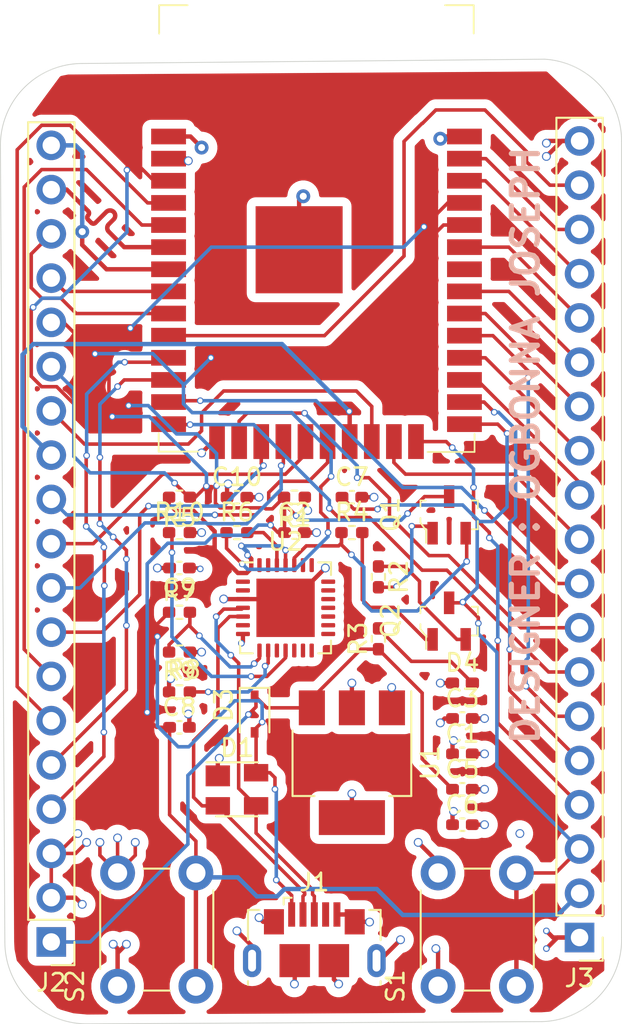
<source format=kicad_pcb>
(kicad_pcb (version 20171130) (host pcbnew "(5.1.10)-1")
  (title_block (title "ESP32 DEV KIT") (date 2021-12-31) (rev V1) (company JOSEPH))
  (layers (0 F.Cu signal) (1 In1.Cu power) (2 In2.Cu power) (31 B.Cu signal) (34 B.Paste user) (35 F.Paste user) (36 B.SilkS user) (37 F.SilkS user hide) (38 B.Mask user) (39 F.Mask user) (44 Edge.Cuts user))
  (net 0 "")
  (net 1 +3V3)
  (net 2 GND)
  (net 3 EN)
  (net 4 5V)
  (net 5 IO0)
  (net 6 USB_DN)
  (net 7 USB_DP)
  (net 8 VBUS1)
  (net 9 "Net-(D4-Pad2)")
  (net 10 "Net-(J1-Pad4)")
  (net 11 IO35)
  (net 12 IO34)
  (net 13 IO33)
  (net 14 IO32)
  (net 15 RXD0)
  (net 16 TXD0)
  (net 17 SD1)
  (net 18 SD0)
  (net 19 CLK)
  (net 20 CMD)
  (net 21 SD3)
  (net 22 SD2)
  (net 23 SENSOR_VN)
  (net 24 SENSOR_VP)
  (net 25 IO27)
  (net 26 IO26)
  (net 27 IO2)
  (net 28 IO4)
  (net 29 IO5)
  (net 30 IO12)
  (net 31 IO13)
  (net 32 IO14)
  (net 33 IO15)
  (net 34 IO16)
  (net 35 IO17)
  (net 36 IO18)
  (net 37 IO19)
  (net 38 IO21)
  (net 39 IO22)
  (net 40 IO23)
  (net 41 IO25)
  (net 42 "Net-(MOD1-Pad32)")
  (net 43 "Net-(Q1-Pad1)")
  (net 44 RTS)
  (net 45 DTR)
  (net 46 "Net-(Q2-Pad1)")
  (net 47 RXD)
  (net 48 TXD)
  (net 49 VBUS)
  (net 50 "Net-(R9-Pad2)")
  (net 51 "Net-(R10-Pad1)")
  (net 52 "Net-(U2-Pad1)")
  (net 53 "Net-(U2-Pad2)")
  (net 54 "Net-(U2-Pad10)")
  (net 55 "Net-(U2-Pad12)")
  (net 56 "Net-(U2-Pad13)")
  (net 57 "Net-(U2-Pad14)")
  (net 58 "Net-(U2-Pad15)")
  (net 59 "Net-(U2-Pad16)")
  (net 60 "Net-(U2-Pad17)")
  (net 61 "Net-(U2-Pad18)")
  (net 62 "Net-(U2-Pad19)")
  (net 63 "Net-(U2-Pad20)")
  (net 64 "Net-(U2-Pad21)")
  (net 65 "Net-(U2-Pad22)")
  (net 66 "Net-(U2-Pad23)")
  (net 67 "Net-(U2-Pad27)")
  (module Button_Switch_THT:SW_PUSH_6mm (layer F.Cu) (at 99.06 135.763 90)
    (fp_text reference S2 (at 0 -2.45 90) (layer F.SilkS))
    (fp_text value GPTS203211B)
    (pad 1 thru_hole circle (at 6.5 0 180) (size 2 2) (drill 1.1) (layers *.Cu *.Mask) (net 2 GND))
    (pad 2 thru_hole circle (at 6.5 4.5 180) (size 2 2) (drill 1.1) (layers *.Cu *.Mask) (net 3 EN))
    (pad 1 thru_hole circle (at 0 0 180) (size 2 2) (drill 1.1) (layers *.Cu *.Mask) (net 2 GND))
    (pad 2 thru_hole circle (at 0 4.5 180) (size 2 2) (drill 1.1) (layers *.Cu *.Mask) (net 3 EN))
  )
  (module Button_Switch_THT:SW_PUSH_6mm (layer F.Cu) (at 117.475 135.763 90)
    (fp_text reference S1 (at 0 -2.45 90) (layer F.SilkS))
    (fp_text value GPTS203211B)
    (pad 1 thru_hole circle (at 6.5 0 180) (size 2 2) (drill 1.1) (layers *.Cu *.Mask) (net 2 GND))
    (pad 2 thru_hole circle (at 6.5 4.5 180) (size 2 2) (drill 1.1) (layers *.Cu *.Mask) (net 5 IO0))
    (pad 1 thru_hole circle (at 0 0 180) (size 2 2) (drill 1.1) (layers *.Cu *.Mask) (net 2 GND))
    (pad 2 thru_hole circle (at 0 4.5 180) (size 2 2) (drill 1.1) (layers *.Cu *.Mask) (net 5 IO0))
  )
  (module Connector_PinHeader_2.54mm:PinHeader_1x19_P2.54mm_Vertical (layer F.Cu) (at 125.603 132.969 180)
    (fp_text reference J3 (at 0 -2.33) (layer F.SilkS))
    (fp_text value Conn_01x19)
    (pad 19 thru_hole oval (at 0 45.72 180) (size 1.7 1.7) (drill 1) (layers *.Cu *.Mask) (net 2 GND))
    (pad 18 thru_hole oval (at 0 43.18 180) (size 1.7 1.7) (drill 1) (layers *.Cu *.Mask) (net 41 IO25))
    (pad 17 thru_hole oval (at 0 40.64 180) (size 1.7 1.7) (drill 1) (layers *.Cu *.Mask) (net 40 IO23))
    (pad 16 thru_hole oval (at 0 38.1 180) (size 1.7 1.7) (drill 1) (layers *.Cu *.Mask) (net 39 IO22))
    (pad 15 thru_hole oval (at 0 35.56 180) (size 1.7 1.7) (drill 1) (layers *.Cu *.Mask) (net 38 IO21))
    (pad 14 thru_hole oval (at 0 33.02 180) (size 1.7 1.7) (drill 1) (layers *.Cu *.Mask) (net 37 IO19))
    (pad 13 thru_hole oval (at 0 30.48 180) (size 1.7 1.7) (drill 1) (layers *.Cu *.Mask) (net 36 IO18))
    (pad 12 thru_hole oval (at 0 27.94 180) (size 1.7 1.7) (drill 1) (layers *.Cu *.Mask) (net 35 IO17))
    (pad 11 thru_hole oval (at 0 25.4 180) (size 1.7 1.7) (drill 1) (layers *.Cu *.Mask) (net 34 IO16))
    (pad 10 thru_hole oval (at 0 22.86 180) (size 1.7 1.7) (drill 1) (layers *.Cu *.Mask) (net 33 IO15))
    (pad 9 thru_hole oval (at 0 20.32 180) (size 1.7 1.7) (drill 1) (layers *.Cu *.Mask) (net 32 IO14))
    (pad 8 thru_hole oval (at 0 17.78 180) (size 1.7 1.7) (drill 1) (layers *.Cu *.Mask) (net 31 IO13))
    (pad 7 thru_hole oval (at 0 15.24 180) (size 1.7 1.7) (drill 1) (layers *.Cu *.Mask) (net 30 IO12))
    (pad 6 thru_hole oval (at 0 12.7 180) (size 1.7 1.7) (drill 1) (layers *.Cu *.Mask) (net 29 IO5))
    (pad 5 thru_hole oval (at 0 10.16 180) (size 1.7 1.7) (drill 1) (layers *.Cu *.Mask) (net 28 IO4))
    (pad 4 thru_hole oval (at 0 7.62 180) (size 1.7 1.7) (drill 1) (layers *.Cu *.Mask) (net 27 IO2))
    (pad 3 thru_hole oval (at 0 5.08 180) (size 1.7 1.7) (drill 1) (layers *.Cu *.Mask) (net 5 IO0))
    (pad 2 thru_hole oval (at 0 2.54 180) (size 1.7 1.7) (drill 1) (layers *.Cu *.Mask) (net 3 EN))
    (pad 1 thru_hole rect (at 0 0 180) (size 1.7 1.7) (drill 1) (layers *.Cu *.Mask) (net 1 +3V3))
  )
  (module Connector_PinHeader_2.54mm:PinHeader_1x19_P2.54mm_Vertical (layer F.Cu) (at 95.25 133.223 180)
    (fp_text reference J2 (at 0 -2.33) (layer F.SilkS))
    (fp_text value Conn_01x19)
    (pad 19 thru_hole oval (at 0 45.72 180) (size 1.7 1.7) (drill 1) (layers *.Cu *.Mask) (net 11 IO35))
    (pad 18 thru_hole oval (at 0 43.18 180) (size 1.7 1.7) (drill 1) (layers *.Cu *.Mask) (net 12 IO34))
    (pad 17 thru_hole oval (at 0 40.64 180) (size 1.7 1.7) (drill 1) (layers *.Cu *.Mask) (net 13 IO33))
    (pad 16 thru_hole oval (at 0 38.1 180) (size 1.7 1.7) (drill 1) (layers *.Cu *.Mask) (net 14 IO32))
    (pad 15 thru_hole oval (at 0 35.56 180) (size 1.7 1.7) (drill 1) (layers *.Cu *.Mask) (net 15 RXD0))
    (pad 14 thru_hole oval (at 0 33.02 180) (size 1.7 1.7) (drill 1) (layers *.Cu *.Mask) (net 16 TXD0))
    (pad 13 thru_hole oval (at 0 30.48 180) (size 1.7 1.7) (drill 1) (layers *.Cu *.Mask) (net 17 SD1))
    (pad 12 thru_hole oval (at 0 27.94 180) (size 1.7 1.7) (drill 1) (layers *.Cu *.Mask) (net 18 SD0))
    (pad 11 thru_hole oval (at 0 25.4 180) (size 1.7 1.7) (drill 1) (layers *.Cu *.Mask) (net 19 CLK))
    (pad 10 thru_hole oval (at 0 22.86 180) (size 1.7 1.7) (drill 1) (layers *.Cu *.Mask) (net 20 CMD))
    (pad 9 thru_hole oval (at 0 20.32 180) (size 1.7 1.7) (drill 1) (layers *.Cu *.Mask) (net 21 SD3))
    (pad 8 thru_hole oval (at 0 17.78 180) (size 1.7 1.7) (drill 1) (layers *.Cu *.Mask) (net 22 SD2))
    (pad 7 thru_hole oval (at 0 15.24 180) (size 1.7 1.7) (drill 1) (layers *.Cu *.Mask) (net 23 SENSOR_VN))
    (pad 6 thru_hole oval (at 0 12.7 180) (size 1.7 1.7) (drill 1) (layers *.Cu *.Mask) (net 24 SENSOR_VP))
    (pad 5 thru_hole oval (at 0 10.16 180) (size 1.7 1.7) (drill 1) (layers *.Cu *.Mask) (net 25 IO27))
    (pad 4 thru_hole oval (at 0 7.62 180) (size 1.7 1.7) (drill 1) (layers *.Cu *.Mask) (net 26 IO26))
    (pad 3 thru_hole oval (at 0 5.08 180) (size 1.7 1.7) (drill 1) (layers *.Cu *.Mask) (net 2 GND))
    (pad 2 thru_hole oval (at 0 2.54 180) (size 1.7 1.7) (drill 1) (layers *.Cu *.Mask) (net 2 GND))
    (pad 1 thru_hole rect (at 0 0 180) (size 1.7 1.7) (drill 1) (layers *.Cu *.Mask) (net 4 5V))
  )
  (module Capacitor_SMD:C_0402_1005Metric_Pad0.74x0.62mm_HandSolder (layer F.Cu) (at 118.872 122.428)
    (fp_text reference C1 (at 0 -1.16) (layer F.SilkS))
    (fp_text value 22uF/10V)
    (pad 1 smd roundrect (at -0.5675 0) (size 0.735 0.62) (layers F.Cu F.Paste F.Mask) (net 1 +3V3))
    (pad 2 smd roundrect (at 0.5675 0) (size 0.735 0.62) (layers F.Cu F.Paste F.Mask) (net 2 GND))
  )
  (module Capacitor_SMD:C_0402_1005Metric_Pad0.74x0.62mm_HandSolder (layer F.Cu) (at 109.22 109.728)
    (fp_text reference C2 (at 0 -1.16) (layer F.SilkS))
    (fp_text value 0.1uF/50V)
    (pad 1 smd roundrect (at -0.5675 0) (size 0.735 0.62) (layers F.Cu F.Paste F.Mask) (net 3 EN))
    (pad 2 smd roundrect (at 0.5675 0) (size 0.735 0.62) (layers F.Cu F.Paste F.Mask) (net 2 GND))
  )
  (module Capacitor_SMD:C_0402_1005Metric_Pad0.74x0.62mm_HandSolder (layer F.Cu) (at 118.872 120.396)
    (fp_text reference C3 (at 0 -1.16) (layer F.SilkS))
    (fp_text value 0.1uF/50V)
    (pad 2 smd roundrect (at 0.5675 0) (size 0.735 0.62) (layers F.Cu F.Paste F.Mask) (net 2 GND))
    (pad 1 smd roundrect (at -0.5675 0) (size 0.735 0.62) (layers F.Cu F.Paste F.Mask) (net 1 +3V3))
  )
  (module Capacitor_SMD:C_0402_1005Metric_Pad0.74x0.62mm_HandSolder (layer F.Cu) (at 118.872 124.46)
    (fp_text reference C5 (at 0 -1.16) (layer F.SilkS))
    (fp_text value 22uF/10V)
    (pad 1 smd roundrect (at -0.5675 0) (size 0.735 0.62) (layers F.Cu F.Paste F.Mask) (net 4 5V))
    (pad 2 smd roundrect (at 0.5675 0) (size 0.735 0.62) (layers F.Cu F.Paste F.Mask) (net 2 GND))
  )
  (module Capacitor_SMD:C_0402_1005Metric_Pad0.74x0.62mm_HandSolder (layer F.Cu) (at 118.872 126.492)
    (fp_text reference C6 (at 0 -1.16) (layer F.SilkS))
    (fp_text value 22uF/10V)
    (pad 2 smd roundrect (at 0.5675 0) (size 0.735 0.62) (layers F.Cu F.Paste F.Mask) (net 2 GND))
    (pad 1 smd roundrect (at -0.5675 0) (size 0.735 0.62) (layers F.Cu F.Paste F.Mask) (net 1 +3V3))
  )
  (module Capacitor_SMD:C_0402_1005Metric_Pad0.74x0.62mm_HandSolder (layer F.Cu) (at 112.522 107.696)
    (fp_text reference C7 (at 0 -1.16) (layer F.SilkS))
    (fp_text value 0.1uF/50V)
    (pad 2 smd roundrect (at 0.5675 0) (size 0.735 0.62) (layers F.Cu F.Paste F.Mask) (net 2 GND))
    (pad 1 smd roundrect (at -0.5675 0) (size 0.735 0.62) (layers F.Cu F.Paste F.Mask) (net 5 IO0))
  )
  (module Capacitor_SMD:C_0402_1005Metric_Pad0.74x0.62mm_HandSolder (layer F.Cu) (at 102.616 120.904)
    (fp_text reference C8 (at 0 -1.16) (layer F.SilkS))
    (fp_text value 0.1uF/50V)
    (pad 1 smd roundrect (at -0.5675 0) (size 0.735 0.62) (layers F.Cu F.Paste F.Mask) (net 3 EN))
    (pad 2 smd roundrect (at 0.5675 0) (size 0.735 0.62) (layers F.Cu F.Paste F.Mask) (net 2 GND))
  )
  (module Capacitor_SMD:C_0402_1005Metric_Pad0.74x0.62mm_HandSolder (layer F.Cu) (at 102.616 111.76 180)
    (fp_text reference C9 (at 0 -1.16) (layer F.SilkS))
    (fp_text value 4.7uF/6.3V)
    (pad 2 smd roundrect (at 0.5675 0 180) (size 0.735 0.62) (layers F.Cu F.Paste F.Mask) (net 2 GND))
    (pad 1 smd roundrect (at -0.5675 0 180) (size 0.735 0.62) (layers F.Cu F.Paste F.Mask) (net 1 +3V3))
  )
  (module Capacitor_SMD:C_0402_1005Metric_Pad0.74x0.62mm_HandSolder (layer F.Cu) (at 105.918 107.696)
    (fp_text reference C10 (at 0 -1.16) (layer F.SilkS))
    (fp_text value 0.1uF/50V)
    (pad 1 smd roundrect (at -0.5675 0) (size 0.735 0.62) (layers F.Cu F.Paste F.Mask) (net 1 +3V3))
    (pad 2 smd roundrect (at 0.5675 0) (size 0.735 0.62) (layers F.Cu F.Paste F.Mask) (net 2 GND))
  )
  (module Package_TO_SOT_SMD:SOT-143 (layer F.Cu) (at 105.918 124.46)
    (fp_text reference D1 (at 0.02 -2.38) (layer F.SilkS))
    (fp_text value SP0503BAHT)
    (pad 1 smd rect (at -1.1 -0.77 270) (size 1.2 1.4) (layers F.Cu F.Paste F.Mask) (net 2 GND))
    (pad 2 smd rect (at -1.1 0.95 270) (size 1 1.4) (layers F.Cu F.Paste F.Mask) (net 6 USB_DN))
    (pad 3 smd rect (at 1.1 0.95 270) (size 1 1.4) (layers F.Cu F.Paste F.Mask) (net 7 USB_DP))
    (pad 4 smd rect (at 1.1 -0.95 270) (size 1 1.4) (layers F.Cu F.Paste F.Mask) (net 8 VBUS1))
  )
  (module Diode_SMD:D_SOD-323 (layer F.Cu) (at 106.934 120.142 270)
    (fp_text reference D3 (at -0.508 1.778 90) (layer F.SilkS))
    (fp_text value BAT760-7)
    (pad 1 smd rect (at -1.05 0 270) (size 0.6 0.45) (layers F.Cu F.Paste F.Mask) (net 4 5V))
    (pad 2 smd rect (at 1.05 0 270) (size 0.6 0.45) (layers F.Cu F.Paste F.Mask) (net 8 VBUS1))
  )
  (module LED_SMD:LED_0402_1005Metric_Pad0.77x0.64mm_HandSolder (layer F.Cu) (at 118.872 118.364)
    (fp_text reference D4 (at 0 -1.17) (layer F.SilkS))
    (fp_text value "BLUE LED")
    (pad 1 smd roundrect (at -0.5725 0) (size 0.765 0.64) (layers F.Cu F.Paste F.Mask) (net 2 GND))
    (pad 2 smd roundrect (at 0.5725 0) (size 0.765 0.64) (layers F.Cu F.Paste F.Mask) (net 9 "Net-(D4-Pad2)"))
  )
  (module Connector_USB:USB_Micro-B_GCT_USB3076-30-A (layer F.Cu) (at 110.363 133.096)
    (fp_text reference J1 (at 0 -3.3) (layer F.SilkS))
    (fp_text value USB_B_Micro)
    (pad 6 smd rect (at 1.125 1.2) (size 1.75 1.9) (layers F.Cu F.Paste F.Mask) (net 2 GND))
    (pad 2 smd rect (at -0.65 -1.45) (size 0.4 1.4) (layers F.Cu F.Paste F.Mask) (net 6 USB_DN))
    (pad 1 smd rect (at -1.3 -1.45) (size 0.4 1.4) (layers F.Cu F.Paste F.Mask) (net 8 VBUS1))
    (pad 5 smd rect (at 1.3 -1.45) (size 0.4 1.4) (layers F.Cu F.Paste F.Mask) (net 2 GND))
    (pad 4 smd rect (at 0.65 -1.45) (size 0.4 1.4) (layers F.Cu F.Paste F.Mask) (net 10 "Net-(J1-Pad4)"))
    (pad 3 smd rect (at 0 -1.45) (size 0.4 1.4) (layers F.Cu F.Paste F.Mask) (net 7 USB_DP))
    (pad 6 smd rect (at -1.125 1.2) (size 1.75 1.9) (layers F.Cu F.Paste F.Mask) (net 2 GND))
    (pad 6 thru_hole oval (at -3.575 1.2 180) (size 1.05 1.9) (drill oval 0.45 1.25) (layers *.Cu *.Mask) (net 2 GND))
    (pad 6 thru_hole oval (at 3.575 1.2) (size 1.05 1.9) (drill oval 0.45 1.25) (layers *.Cu *.Mask) (net 2 GND))
    (pad 6 smd rect (at 2.32 -1.03) (size 1.15 1.45) (layers F.Cu F.Paste F.Mask) (net 2 GND))
    (pad 6 smd rect (at -2.32 -1.03) (size 1.15 1.45) (layers F.Cu F.Paste F.Mask) (net 2 GND))
  )
  (module digikey-footprints:ESP32-WROOM-32D (layer F.Cu) (at 110.49 95.25)
    (fp_text reference MOD1 (at 0.01 -16.69) (layer F.SilkS))
    (fp_text value ESP32-WROOM-32)
    (pad 1 smd rect (at -8.5 -8.255) (size 2 0.9) (layers F.Cu F.Paste F.Mask) (net 2 GND))
    (pad 15 smd rect (at -5.715 9.255 90) (size 2 0.9) (layers F.Cu F.Paste F.Mask) (net 2 GND))
    (pad 16 smd rect (at -4.445 9.255 90) (size 2 0.9) (layers F.Cu F.Paste F.Mask) (net 31 IO13))
    (pad 17 smd rect (at -3.175 9.255 90) (size 2 0.9) (layers F.Cu F.Paste F.Mask) (net 22 SD2))
    (pad 18 smd rect (at -1.905 9.255 90) (size 2 0.9) (layers F.Cu F.Paste F.Mask) (net 21 SD3))
    (pad 19 smd rect (at -0.635 9.255 90) (size 2 0.9) (layers F.Cu F.Paste F.Mask) (net 20 CMD))
    (pad 20 smd rect (at 0.635 9.255 90) (size 2 0.9) (layers F.Cu F.Paste F.Mask) (net 19 CLK))
    (pad 21 smd rect (at 1.905 9.255 90) (size 2 0.9) (layers F.Cu F.Paste F.Mask) (net 18 SD0))
    (pad 22 smd rect (at 3.175 9.255 90) (size 2 0.9) (layers F.Cu F.Paste F.Mask) (net 17 SD1))
    (pad 23 smd rect (at 4.445 9.255 90) (size 2 0.9) (layers F.Cu F.Paste F.Mask) (net 33 IO15))
    (pad 24 smd rect (at 5.715 9.255 90) (size 2 0.9) (layers F.Cu F.Paste F.Mask) (net 27 IO2))
    (pad 2 smd rect (at -8.5 -6.985) (size 2 0.9) (layers F.Cu F.Paste F.Mask) (net 1 +3V3))
    (pad 3 smd rect (at -8.5 -5.715) (size 2 0.9) (layers F.Cu F.Paste F.Mask) (net 3 EN))
    (pad 4 smd rect (at -8.5 -4.445) (size 2 0.9) (layers F.Cu F.Paste F.Mask) (net 24 SENSOR_VP))
    (pad 5 smd rect (at -8.5 -3.175) (size 2 0.9) (layers F.Cu F.Paste F.Mask) (net 23 SENSOR_VN))
    (pad 6 smd rect (at -8.5 -1.905) (size 2 0.9) (layers F.Cu F.Paste F.Mask) (net 12 IO34))
    (pad 7 smd rect (at -8.5 -0.635) (size 2 0.9) (layers F.Cu F.Paste F.Mask) (net 11 IO35))
    (pad 8 smd rect (at -8.5 0.635) (size 2 0.9) (layers F.Cu F.Paste F.Mask) (net 14 IO32))
    (pad 9 smd rect (at -8.5 1.905) (size 2 0.9) (layers F.Cu F.Paste F.Mask) (net 13 IO33))
    (pad 10 smd rect (at -8.5 3.175) (size 2 0.9) (layers F.Cu F.Paste F.Mask) (net 41 IO25))
    (pad 11 smd rect (at -8.5 4.445) (size 2 0.9) (layers F.Cu F.Paste F.Mask) (net 26 IO26))
    (pad 12 smd rect (at -8.5 5.715) (size 2 0.9) (layers F.Cu F.Paste F.Mask) (net 25 IO27))
    (pad 13 smd rect (at -8.5 6.985) (size 2 0.9) (layers F.Cu F.Paste F.Mask) (net 32 IO14))
    (pad 14 smd rect (at -8.5 8.255) (size 2 0.9) (layers F.Cu F.Paste F.Mask) (net 30 IO12))
    (pad 38 smd rect (at 8.5 -8.255) (size 2 0.9) (layers F.Cu F.Paste F.Mask) (net 2 GND))
    (pad 37 smd rect (at 8.5 -6.985) (size 2 0.9) (layers F.Cu F.Paste F.Mask) (net 40 IO23))
    (pad 36 smd rect (at 8.5 -5.715) (size 2 0.9) (layers F.Cu F.Paste F.Mask) (net 39 IO22))
    (pad 35 smd rect (at 8.5 -4.445) (size 2 0.9) (layers F.Cu F.Paste F.Mask) (net 16 TXD0))
    (pad 34 smd rect (at 8.5 -3.175) (size 2 0.9) (layers F.Cu F.Paste F.Mask) (net 15 RXD0))
    (pad 33 smd rect (at 8.5 -1.905) (size 2 0.9) (layers F.Cu F.Paste F.Mask) (net 38 IO21))
    (pad 32 smd rect (at 8.5 -0.635) (size 2 0.9) (layers F.Cu F.Paste F.Mask) (net 42 "Net-(MOD1-Pad32)"))
    (pad 31 smd rect (at 8.5 0.635) (size 2 0.9) (layers F.Cu F.Paste F.Mask) (net 37 IO19))
    (pad 30 smd rect (at 8.5 1.905) (size 2 0.9) (layers F.Cu F.Paste F.Mask) (net 36 IO18))
    (pad 29 smd rect (at 8.5 3.175) (size 2 0.9) (layers F.Cu F.Paste F.Mask) (net 29 IO5))
    (pad 28 smd rect (at 8.5 4.445) (size 2 0.9) (layers F.Cu F.Paste F.Mask) (net 35 IO17))
    (pad 27 smd rect (at 8.5 5.715) (size 2 0.9) (layers F.Cu F.Paste F.Mask) (net 34 IO16))
    (pad 26 smd rect (at 8.5 6.985) (size 2 0.9) (layers F.Cu F.Paste F.Mask) (net 28 IO4))
    (pad 25 smd rect (at 8.5 8.255) (size 2 0.9) (layers F.Cu F.Paste F.Mask) (net 5 IO0))
    (pad 39 smd rect (at -1 -1.755) (size 5 5) (layers F.Cu F.Paste F.Mask) (net 2 GND))
  )
  (module digikey-footprints:SOT-23-3 (layer F.Cu) (at 118.11 108.712 90)
    (fp_text reference Q1 (at 0.025 -3.375 90) (layer F.SilkS))
    (fp_text value MMSS8050-H-TP)
    (pad 1 smd rect (at -1.05 -0.95 90) (size 1.3 0.6) (layers F.Cu F.Paste F.Mask) (net 43 "Net-(Q1-Pad1)"))
    (pad 2 smd rect (at -1.05 0.95 90) (size 1.3 0.6) (layers F.Cu F.Paste F.Mask) (net 44 RTS))
    (pad 3 smd rect (at 1.05 0 90) (size 1.3 0.6) (layers F.Cu F.Paste F.Mask) (net 3 EN))
  )
  (module digikey-footprints:SOT-23-3 (layer F.Cu) (at 118.11 114.808 90)
    (fp_text reference Q2 (at 0.025 -3.375 90) (layer F.SilkS))
    (fp_text value MMSS8050-H-TP)
    (pad 3 smd rect (at 1.05 0 90) (size 1.3 0.6) (layers F.Cu F.Paste F.Mask) (net 5 IO0))
    (pad 2 smd rect (at -1.05 0.95 90) (size 1.3 0.6) (layers F.Cu F.Paste F.Mask) (net 45 DTR))
    (pad 1 smd rect (at -1.05 -0.95 90) (size 1.3 0.6) (layers F.Cu F.Paste F.Mask) (net 46 "Net-(Q2-Pad1)"))
  )
  (module Resistor_SMD:R_0402_1005Metric_Pad0.72x0.64mm_HandSolder (layer F.Cu) (at 109.22 107.696 180)
    (fp_text reference R1 (at 0 -1.17) (layer F.SilkS))
    (fp_text value 10K)
    (pad 2 smd roundrect (at 0.5975 0 180) (size 0.715 0.64) (layers F.Cu F.Paste F.Mask) (net 3 EN))
    (pad 1 smd roundrect (at -0.5975 0 180) (size 0.715 0.64) (layers F.Cu F.Paste F.Mask) (net 1 +3V3))
  )
  (module Resistor_SMD:R_0402_1005Metric_Pad0.72x0.64mm_HandSolder (layer F.Cu) (at 114.046 112.268 270)
    (fp_text reference R2 (at 0 -1.17 90) (layer F.SilkS))
    (fp_text value 10K)
    (pad 2 smd roundrect (at 0.5975 0 270) (size 0.715 0.64) (layers F.Cu F.Paste F.Mask) (net 43 "Net-(Q1-Pad1)"))
    (pad 1 smd roundrect (at -0.5975 0 270) (size 0.715 0.64) (layers F.Cu F.Paste F.Mask) (net 45 DTR))
  )
  (module Resistor_SMD:R_0402_1005Metric_Pad0.72x0.64mm_HandSolder (layer F.Cu) (at 114.046 115.824 90)
    (fp_text reference R3 (at 0 -1.17 90) (layer F.SilkS))
    (fp_text value 2K)
    (pad 1 smd roundrect (at -0.5975 0 90) (size 0.715 0.64) (layers F.Cu F.Paste F.Mask) (net 4 5V))
    (pad 2 smd roundrect (at 0.5975 0 90) (size 0.715 0.64) (layers F.Cu F.Paste F.Mask) (net 9 "Net-(D4-Pad2)"))
  )
  (module Resistor_SMD:R_0402_1005Metric_Pad0.72x0.64mm_HandSolder (layer F.Cu) (at 112.522 109.728)
    (fp_text reference R4 (at 0 -1.17) (layer F.SilkS))
    (fp_text value 10K)
    (pad 1 smd roundrect (at -0.5975 0) (size 0.715 0.64) (layers F.Cu F.Paste F.Mask) (net 44 RTS))
    (pad 2 smd roundrect (at 0.5975 0) (size 0.715 0.64) (layers F.Cu F.Paste F.Mask) (net 46 "Net-(Q2-Pad1)"))
  )
  (module Resistor_SMD:R_0402_1005Metric_Pad0.72x0.64mm_HandSolder (layer F.Cu) (at 102.616 107.696 180)
    (fp_text reference R5 (at 0 -1.17) (layer F.SilkS))
    (fp_text value 0R)
    (pad 1 smd roundrect (at -0.5975 0 180) (size 0.715 0.64) (layers F.Cu F.Paste F.Mask) (net 16 TXD0))
    (pad 2 smd roundrect (at 0.5975 0 180) (size 0.715 0.64) (layers F.Cu F.Paste F.Mask) (net 47 RXD))
  )
  (module Resistor_SMD:R_0402_1005Metric_Pad0.72x0.64mm_HandSolder (layer F.Cu) (at 105.918 109.728)
    (fp_text reference R6 (at 0 -1.17) (layer F.SilkS))
    (fp_text value 0R)
    (pad 2 smd roundrect (at 0.5975 0) (size 0.715 0.64) (layers F.Cu F.Paste F.Mask) (net 48 TXD))
    (pad 1 smd roundrect (at -0.5975 0) (size 0.715 0.64) (layers F.Cu F.Paste F.Mask) (net 15 RXD0))
  )
  (module Resistor_SMD:R_0402_1005Metric_Pad0.72x0.64mm_HandSolder (layer F.Cu) (at 102.616 114.3)
    (fp_text reference R7 (at 0 -1.17) (layer F.SilkS))
    (fp_text value 22K)
    (pad 1 smd roundrect (at -0.5975 0) (size 0.715 0.64) (layers F.Cu F.Paste F.Mask) (net 8 VBUS1))
    (pad 2 smd roundrect (at 0.5975 0) (size 0.715 0.64) (layers F.Cu F.Paste F.Mask) (net 49 VBUS))
  )
  (module Resistor_SMD:R_0402_1005Metric_Pad0.72x0.64mm_HandSolder (layer F.Cu) (at 102.616 116.586)
    (fp_text reference R8 (at 0.254 1.016) (layer F.SilkS))
    (fp_text value 47K)
    (pad 2 smd roundrect (at 0.5975 0) (size 0.715 0.64) (layers F.Cu F.Paste F.Mask) (net 2 GND))
    (pad 1 smd roundrect (at -0.5975 0) (size 0.715 0.64) (layers F.Cu F.Paste F.Mask) (net 49 VBUS))
  )
  (module Resistor_SMD:R_0402_1005Metric_Pad0.72x0.64mm_HandSolder (layer F.Cu) (at 102.616 118.872)
    (fp_text reference R9 (at 0 -1.17) (layer F.SilkS))
    (fp_text value 2K)
    (pad 2 smd roundrect (at 0.5975 0) (size 0.715 0.64) (layers F.Cu F.Paste F.Mask) (net 50 "Net-(R9-Pad2)"))
    (pad 1 smd roundrect (at -0.5975 0) (size 0.715 0.64) (layers F.Cu F.Paste F.Mask) (net 1 +3V3))
  )
  (module Resistor_SMD:R_0402_1005Metric_Pad0.72x0.64mm_HandSolder (layer F.Cu) (at 102.616 109.728)
    (fp_text reference R10 (at 0 -1.17) (layer F.SilkS))
    (fp_text value 10K)
    (pad 1 smd roundrect (at -0.5975 0) (size 0.715 0.64) (layers F.Cu F.Paste F.Mask) (net 51 "Net-(R10-Pad1)"))
    (pad 2 smd roundrect (at 0.5975 0) (size 0.715 0.64) (layers F.Cu F.Paste F.Mask) (net 2 GND))
  )
  (module Package_TO_SOT_SMD:SOT-223-3_TabPin2 (layer F.Cu) (at 112.522 122.936 270)
    (fp_text reference U1 (at 0 -4.5 90) (layer F.SilkS))
    (fp_text value AMS1117-3.3)
    (pad 2 smd rect (at 3.15 0 270) (size 2 3.8) (layers F.Cu F.Paste F.Mask) (net 1 +3V3))
    (pad 2 smd rect (at -3.15 0 270) (size 2 1.5) (layers F.Cu F.Paste F.Mask) (net 1 +3V3))
    (pad 3 smd rect (at -3.15 2.3 270) (size 2 1.5) (layers F.Cu F.Paste F.Mask) (net 4 5V))
    (pad 1 smd rect (at -3.15 -2.3 270) (size 2 1.5) (layers F.Cu F.Paste F.Mask) (net 2 GND))
  )
  (module Package_DFN_QFN:QFN-28-1EP_5x5mm_P0.5mm_EP3.35x3.35mm (layer F.Cu) (at 108.712 114.046)
    (fp_text reference U2 (at 0 -3.8) (layer F.SilkS))
    (fp_text value CP2102N-A01-GQFN28)
    (pad 1 smd roundrect (at -2.45 -1.5) (size 0.8 0.25) (layers F.Cu F.Paste F.Mask) (net 52 "Net-(U2-Pad1)"))
    (pad 2 smd roundrect (at -2.45 -1) (size 0.8 0.25) (layers F.Cu F.Paste F.Mask) (net 53 "Net-(U2-Pad2)"))
    (pad 3 smd roundrect (at -2.45 -0.5) (size 0.8 0.25) (layers F.Cu F.Paste F.Mask) (net 2 GND))
    (pad 4 smd roundrect (at -2.45 0) (size 0.8 0.25) (layers F.Cu F.Paste F.Mask) (net 7 USB_DP))
    (pad 5 smd roundrect (at -2.45 0.5) (size 0.8 0.25) (layers F.Cu F.Paste F.Mask) (net 6 USB_DN))
    (pad 6 smd roundrect (at -2.45 1) (size 0.8 0.25) (layers F.Cu F.Paste F.Mask) (net 1 +3V3))
    (pad 7 smd roundrect (at -2.45 1.5) (size 0.8 0.25) (layers F.Cu F.Paste F.Mask) (net 1 +3V3))
    (pad 8 smd roundrect (at -1.5 2.45) (size 0.25 0.8) (layers F.Cu F.Paste F.Mask) (net 49 VBUS))
    (pad 9 smd roundrect (at -1 2.45) (size 0.25 0.8) (layers F.Cu F.Paste F.Mask) (net 50 "Net-(R9-Pad2)"))
    (pad 10 smd roundrect (at -0.5 2.45) (size 0.25 0.8) (layers F.Cu F.Paste F.Mask) (net 54 "Net-(U2-Pad10)"))
    (pad 11 smd roundrect (at 0 2.45) (size 0.25 0.8) (layers F.Cu F.Paste F.Mask) (net 51 "Net-(R10-Pad1)"))
    (pad 12 smd roundrect (at 0.5 2.45) (size 0.25 0.8) (layers F.Cu F.Paste F.Mask) (net 55 "Net-(U2-Pad12)"))
    (pad 13 smd roundrect (at 1 2.45) (size 0.25 0.8) (layers F.Cu F.Paste F.Mask) (net 56 "Net-(U2-Pad13)"))
    (pad 14 smd roundrect (at 1.5 2.45) (size 0.25 0.8) (layers F.Cu F.Paste F.Mask) (net 57 "Net-(U2-Pad14)"))
    (pad 15 smd roundrect (at 2.45 1.5) (size 0.8 0.25) (layers F.Cu F.Paste F.Mask) (net 58 "Net-(U2-Pad15)"))
    (pad 16 smd roundrect (at 2.45 1) (size 0.8 0.25) (layers F.Cu F.Paste F.Mask) (net 59 "Net-(U2-Pad16)"))
    (pad 17 smd roundrect (at 2.45 0.5) (size 0.8 0.25) (layers F.Cu F.Paste F.Mask) (net 60 "Net-(U2-Pad17)"))
    (pad 18 smd roundrect (at 2.45 0) (size 0.8 0.25) (layers F.Cu F.Paste F.Mask) (net 61 "Net-(U2-Pad18)"))
    (pad 19 smd roundrect (at 2.45 -0.5) (size 0.8 0.25) (layers F.Cu F.Paste F.Mask) (net 62 "Net-(U2-Pad19)"))
    (pad 20 smd roundrect (at 2.45 -1) (size 0.8 0.25) (layers F.Cu F.Paste F.Mask) (net 63 "Net-(U2-Pad20)"))
    (pad 21 smd roundrect (at 2.45 -1.5) (size 0.8 0.25) (layers F.Cu F.Paste F.Mask) (net 64 "Net-(U2-Pad21)"))
    (pad 22 smd roundrect (at 1.5 -2.45) (size 0.25 0.8) (layers F.Cu F.Paste F.Mask) (net 65 "Net-(U2-Pad22)"))
    (pad 23 smd roundrect (at 1 -2.45) (size 0.25 0.8) (layers F.Cu F.Paste F.Mask) (net 66 "Net-(U2-Pad23)"))
    (pad 24 smd roundrect (at 0.5 -2.45) (size 0.25 0.8) (layers F.Cu F.Paste F.Mask) (net 44 RTS))
    (pad 25 smd roundrect (at 0 -2.45) (size 0.25 0.8) (layers F.Cu F.Paste F.Mask) (net 47 RXD))
    (pad 26 smd roundrect (at -0.5 -2.45) (size 0.25 0.8) (layers F.Cu F.Paste F.Mask) (net 48 TXD))
    (pad 27 smd roundrect (at -1 -2.45) (size 0.25 0.8) (layers F.Cu F.Paste F.Mask) (net 67 "Net-(U2-Pad27)"))
    (pad 28 smd roundrect (at -1.5 -2.45) (size 0.25 0.8) (layers F.Cu F.Paste F.Mask) (net 45 DTR))
    (pad 29 smd rect (at 0 0) (size 3.35 3.35) (layers F.Cu F.Mask) (net 2 GND))
  )
  (gr_text "DESIGNER : OGBONNA JOSEPH" (at 122.5042 104.7242 90) (layer B.SilkS) (effects (font (size 1.5 1.5) (thickness 0.3))))
  (gr_line (start 97.028 82.804) (end 123.577654 82.557235) (layer Edge.Cuts) (width 0.05))
  (gr_line (start 92.583 133.223) (end 92.329 87.503) (layer Edge.Cuts) (width 0.05))
  (gr_line (start 123.443999 137.794999) (end 97.282 137.922) (layer Edge.Cuts) (width 0.05))
  (gr_line (start 128.016 87.249) (end 128.015999 132.969001) (layer Edge.Cuts) (width 0.05))
  (gr_arc (start 97.282 133.223) (end 92.583 133.223) (angle -90) (layer Edge.Cuts) (width 0.05))
  (gr_arc (start 123.317 133.096) (end 123.443999 137.794999) (angle -90) (layer Edge.Cuts) (width 0.05))
  (gr_arc (start 97.028 87.503) (end 97.028 82.804) (angle -90) (layer Edge.Cuts) (width 0.05))
  (gr_arc (start 123.317 87.249) (end 128.016 87.249) (angle -86.82016988) (layer Edge.Cuts) (width 0.05))
  (via (at 112.522 124.714) (size 0.508) (drill 0.381) (layers F.Cu B.Cu) (net 1))
  (via (at 118.364 125.73) (size 0.508) (drill 0.381) (layers F.Cu B.Cu) (net 1))
  (via (at 118.364 121.666) (size 0.508) (drill 0.381) (layers F.Cu B.Cu) (net 1))
  (via (at 117.602 120.65) (size 0.508) (drill 0.381) (layers F.Cu B.Cu) (net 1))
  (via (at 112.522 118.364) (size 0.508) (drill 0.381) (layers F.Cu B.Cu) (net 1))
  (via (at 109.982 108.458) (size 0.508) (drill 0.381) (layers F.Cu B.Cu) (net 1))
  (via (at 105.41 106.934) (size 0.508) (drill 0.381) (layers F.Cu B.Cu) (net 1))
  (segment (start 105.3505 106.9935) (end 105.41 106.934) (width 0.25) (layer F.Cu) (net 1))
  (segment (start 105.3505 107.696) (end 105.3505 106.9935) (width 0.25) (layer F.Cu) (net 1))
  (segment (start 112.522 119.786) (end 112.522 118.364) (width 0.25) (layer F.Cu) (net 1))
  (segment (start 117.856 120.396) (end 117.602 120.65) (width 0.25) (layer F.Cu) (net 1))
  (segment (start 118.3045 120.396) (end 117.856 120.396) (width 0.25) (layer F.Cu) (net 1))
  (segment (start 118.3045 121.7255) (end 118.364 121.666) (width 0.25) (layer F.Cu) (net 1))
  (segment (start 118.3045 122.428) (end 118.3045 121.7255) (width 0.25) (layer F.Cu) (net 1))
  (segment (start 118.3045 125.7895) (end 118.364 125.73) (width 0.25) (layer F.Cu) (net 1))
  (segment (start 118.3045 126.492) (end 118.3045 125.7895) (width 0.25) (layer F.Cu) (net 1))
  (segment (start 112.522 126.086) (end 112.522 124.714) (width 0.25) (layer F.Cu) (net 1))
  (via (at 102.108 118.11) (size 0.508) (drill 0.381) (layers F.Cu B.Cu) (net 1))
  (segment (start 102.0185 118.1995) (end 102.108 118.11) (width 0.25) (layer F.Cu) (net 1))
  (segment (start 102.0185 118.872) (end 102.0185 118.1995) (width 0.25) (layer F.Cu) (net 1))
  (via (at 106.172 116.078) (size 0.381) (drill 0.254) (layers F.Cu B.Cu) (net 1))
  (segment (start 106.262 115.988) (end 106.172 116.078) (width 0.25) (layer F.Cu) (net 1))
  (segment (start 106.262 115.546) (end 106.262 115.988) (width 0.25) (layer F.Cu) (net 1))
  (segment (start 109.8175 108.2935) (end 109.982 108.458) (width 0.25) (layer F.Cu) (net 1))
  (segment (start 109.8175 107.696) (end 109.8175 108.2935) (width 0.25) (layer F.Cu) (net 1))
  (via (at 123.698 132.588) (size 0.381) (drill 0.254) (layers F.Cu B.Cu) (net 1))
  (via (at 123.698 133.604) (size 0.381) (drill 0.254) (layers F.Cu B.Cu) (net 1))
  (segment (start 124.333 132.969) (end 123.698 133.604) (width 0.25) (layer F.Cu) (net 1))
  (segment (start 125.603 132.969) (end 124.333 132.969) (width 0.25) (layer F.Cu) (net 1))
  (segment (start 124.079 132.969) (end 123.698 132.588) (width 0.25) (layer F.Cu) (net 1))
  (segment (start 125.603 132.969) (end 124.079 132.969) (width 0.25) (layer F.Cu) (net 1))
  (via (at 103.124 88.392) (size 0.508) (drill 0.381) (layers F.Cu B.Cu) (net 1))
  (segment (start 102.997 88.265) (end 103.124 88.392) (width 0.25) (layer F.Cu) (net 1))
  (segment (start 101.99 88.265) (end 102.997 88.265) (width 0.25) (layer F.Cu) (net 1))
  (via (at 103.8098 111.8108) (size 0.381) (drill 0.254) (layers F.Cu B.Cu) (net 1))
  (segment (start 103.759 111.76) (end 103.8098 111.8108) (width 0.2032) (layer F.Cu) (net 1))
  (segment (start 103.1835 111.76) (end 103.759 111.76) (width 0.2032) (layer F.Cu) (net 1))
  (via (at 109.728 90.424) (size 0.8) (drill 0.4) (layers F.Cu B.Cu) (net 2))
  (via (at 117.602 87.122) (size 0.8) (drill 0.4) (layers F.Cu B.Cu) (net 2))
  (segment (start 109.49 90.662) (end 109.728 90.424) (width 0.25) (layer F.Cu) (net 2))
  (segment (start 109.49 93.495) (end 109.49 90.662) (width 0.25) (layer F.Cu) (net 2))
  (segment (start 117.729 86.995) (end 117.602 87.122) (width 0.25) (layer F.Cu) (net 2))
  (segment (start 118.99 86.995) (end 117.729 86.995) (width 0.25) (layer F.Cu) (net 2))
  (via (at 103.886 87.63) (size 0.8) (drill 0.4) (layers F.Cu B.Cu) (net 2))
  (segment (start 103.251 86.995) (end 103.886 87.63) (width 0.25) (layer F.Cu) (net 2))
  (segment (start 101.99 86.995) (end 103.251 86.995) (width 0.25) (layer F.Cu) (net 2))
  (via (at 114.808 118.618) (size 0.508) (drill 0.381) (layers F.Cu B.Cu) (net 2))
  (via (at 117.602 118.364) (size 0.508) (drill 0.381) (layers F.Cu B.Cu) (net 2))
  (via (at 103.886 116.586) (size 0.508) (drill 0.381) (layers F.Cu B.Cu) (net 2))
  (via (at 103.124 120.142) (size 0.508) (drill 0.381) (layers F.Cu B.Cu) (net 2))
  (via (at 104.902 122.682) (size 0.508) (drill 0.381) (layers F.Cu B.Cu) (net 2))
  (via (at 120.142 126.492) (size 0.508) (drill 0.381) (layers F.Cu B.Cu) (net 2))
  (via (at 120.142 124.46) (size 0.508) (drill 0.381) (layers F.Cu B.Cu) (net 2))
  (via (at 120.142 122.428) (size 0.508) (drill 0.381) (layers F.Cu B.Cu) (net 2))
  (via (at 120.142 120.396) (size 0.508) (drill 0.381) (layers F.Cu B.Cu) (net 2))
  (via (at 110.49 109.728) (size 0.508) (drill 0.381) (layers F.Cu B.Cu) (net 2))
  (via (at 101.346 111.76) (size 0.508) (drill 0.381) (layers F.Cu B.Cu) (net 2))
  (via (at 103.886 109.728) (size 0.508) (drill 0.381) (layers F.Cu B.Cu) (net 2))
  (via (at 98.044 127.508) (size 0.508) (drill 0.381) (layers F.Cu B.Cu) (net 2))
  (via (at 99.06 127.254) (size 0.508) (drill 0.381) (layers F.Cu B.Cu) (net 2))
  (via (at 100.076 127.508) (size 0.508) (drill 0.381) (layers F.Cu B.Cu) (net 2))
  (via (at 97.028 131.064) (size 0.508) (drill 0.381) (layers F.Cu B.Cu) (net 2))
  (via (at 98.806 133.35) (size 0.508) (drill 0.381) (layers F.Cu B.Cu) (net 2))
  (via (at 99.568 133.35) (size 0.508) (drill 0.381) (layers F.Cu B.Cu) (net 2))
  (via (at 96.774 127) (size 0.508) (drill 0.381) (layers F.Cu B.Cu) (net 2))
  (via (at 97.282 127.508) (size 0.508) (drill 0.381) (layers F.Cu B.Cu) (net 2))
  (via (at 105.918 132.588) (size 0.508) (drill 0.381) (layers F.Cu B.Cu) (net 2))
  (via (at 109.22 135.636) (size 0.508) (drill 0.381) (layers F.Cu B.Cu) (net 2))
  (via (at 111.76 135.636) (size 0.508) (drill 0.381) (layers F.Cu B.Cu) (net 2))
  (via (at 113.538 132.08) (size 0.508) (drill 0.381) (layers F.Cu B.Cu) (net 2))
  (via (at 107.188 131.826) (size 0.508) (drill 0.381) (layers F.Cu B.Cu) (net 2))
  (via (at 115.316 133.096) (size 0.508) (drill 0.381) (layers F.Cu B.Cu) (net 2))
  (via (at 117.348 133.604) (size 0.508) (drill 0.381) (layers F.Cu B.Cu) (net 2))
  (via (at 116.332 127.508) (size 0.508) (drill 0.381) (layers F.Cu B.Cu) (net 2))
  (via (at 122.174 127) (size 0.508) (drill 0.381) (layers F.Cu B.Cu) (net 2))
  (via (at 123.698 87.376) (size 0.508) (drill 0.381) (layers F.Cu B.Cu) (net 2))
  (via (at 123.698 88.138) (size 0.508) (drill 0.381) (layers F.Cu B.Cu) (net 2))
  (via (at 113.792 107.696) (size 0.508) (drill 0.381) (layers F.Cu B.Cu) (net 2))
  (via (at 107.188 107.696) (size 0.508) (drill 0.381) (layers F.Cu B.Cu) (net 2))
  (via (at 103.886 105.156) (size 0.508) (drill 0.381) (layers F.Cu B.Cu) (net 2))
  (via (at 105.156 113.538) (size 0.508) (drill 0.381) (layers F.Cu B.Cu) (net 2))
  (via (at 110.998 111.76) (size 0.508) (drill 0.381) (layers F.Cu B.Cu) (net 2))
  (segment (start 105.164 113.546) (end 105.156 113.538) (width 0.25) (layer F.Cu) (net 2))
  (segment (start 106.262 113.546) (end 105.164 113.546) (width 0.25) (layer F.Cu) (net 2))
  (segment (start 108.212 113.546) (end 108.712 114.046) (width 0.25) (layer F.Cu) (net 2))
  (segment (start 106.262 113.546) (end 108.212 113.546) (width 0.25) (layer F.Cu) (net 2))
  (segment (start 103.2135 116.586) (end 103.886 116.586) (width 0.25) (layer F.Cu) (net 2))
  (segment (start 104.818 122.766) (end 104.902 122.682) (width 0.25) (layer F.Cu) (net 2))
  (segment (start 104.818 123.69) (end 104.818 122.766) (width 0.25) (layer F.Cu) (net 2))
  (segment (start 103.1835 120.2015) (end 103.124 120.142) (width 0.25) (layer F.Cu) (net 2))
  (segment (start 103.1835 120.904) (end 103.1835 120.2015) (width 0.25) (layer F.Cu) (net 2))
  (segment (start 118.2995 118.364) (end 117.602 118.364) (width 0.25) (layer F.Cu) (net 2))
  (segment (start 119.4395 120.396) (end 120.142 120.396) (width 0.25) (layer F.Cu) (net 2))
  (segment (start 119.4395 122.428) (end 120.142 122.428) (width 0.25) (layer F.Cu) (net 2))
  (segment (start 119.4395 124.46) (end 120.142 124.46) (width 0.25) (layer F.Cu) (net 2))
  (segment (start 117.475 128.651) (end 116.332 127.508) (width 0.25) (layer F.Cu) (net 2))
  (segment (start 117.475 129.263) (end 117.475 128.651) (width 0.25) (layer F.Cu) (net 2))
  (segment (start 119.4395 126.492) (end 120.142 126.492) (width 0.25) (layer F.Cu) (net 2))
  (segment (start 113.524 132.066) (end 113.538 132.08) (width 0.25) (layer F.Cu) (net 2))
  (segment (start 112.683 132.066) (end 113.524 132.066) (width 0.25) (layer F.Cu) (net 2))
  (segment (start 114.116 134.296) (end 115.316 133.096) (width 0.25) (layer F.Cu) (net 2))
  (segment (start 113.938 134.296) (end 114.116 134.296) (width 0.25) (layer F.Cu) (net 2))
  (segment (start 117.475 133.731) (end 117.348 133.604) (width 0.25) (layer F.Cu) (net 2))
  (segment (start 117.475 135.763) (end 117.475 133.731) (width 0.25) (layer F.Cu) (net 2))
  (segment (start 111.488 135.364) (end 111.76 135.636) (width 0.25) (layer F.Cu) (net 2))
  (segment (start 111.488 134.296) (end 111.488 135.364) (width 0.25) (layer F.Cu) (net 2))
  (segment (start 109.238 135.618) (end 109.22 135.636) (width 0.25) (layer F.Cu) (net 2))
  (segment (start 109.238 134.296) (end 109.238 135.618) (width 0.25) (layer F.Cu) (net 2))
  (segment (start 106.788 133.458) (end 105.918 132.588) (width 0.25) (layer F.Cu) (net 2))
  (segment (start 106.788 134.296) (end 106.788 133.458) (width 0.25) (layer F.Cu) (net 2))
  (segment (start 107.428 132.066) (end 107.188 131.826) (width 0.25) (layer F.Cu) (net 2))
  (segment (start 108.043 132.066) (end 107.428 132.066) (width 0.25) (layer F.Cu) (net 2))
  (segment (start 112.263 131.646) (end 112.683 132.066) (width 0.25) (layer F.Cu) (net 2))
  (segment (start 111.663 131.646) (end 112.263 131.646) (width 0.25) (layer F.Cu) (net 2))
  (segment (start 99.06 133.858) (end 99.568 133.35) (width 0.25) (layer F.Cu) (net 2))
  (segment (start 99.06 135.763) (end 99.06 133.858) (width 0.25) (layer F.Cu) (net 2))
  (segment (start 99.059999 133.603999) (end 98.806 133.35) (width 0.25) (layer F.Cu) (net 2))
  (segment (start 99.06 135.763) (end 99.059999 133.603999) (width 0.25) (layer F.Cu) (net 2))
  (segment (start 96.647 130.683) (end 97.028 131.064) (width 0.25) (layer F.Cu) (net 2))
  (segment (start 95.25 130.683) (end 96.647 130.683) (width 0.25) (layer F.Cu) (net 2))
  (segment (start 102.0485 111.76) (end 101.346 111.76) (width 0.25) (layer F.Cu) (net 2))
  (segment (start 104.537 104.505) (end 103.886 105.156) (width 0.25) (layer F.Cu) (net 2))
  (segment (start 104.775 104.505) (end 104.537 104.505) (width 0.25) (layer F.Cu) (net 2))
  (segment (start 108.712 114.046) (end 110.998 111.76) (width 0.25) (layer F.Cu) (net 2))
  (segment (start 109.7875 109.728) (end 110.49 109.728) (width 0.25) (layer F.Cu) (net 2))
  (segment (start 106.4855 107.696) (end 107.188 107.696) (width 0.25) (layer F.Cu) (net 2))
  (segment (start 113.0895 107.696) (end 113.792 107.696) (width 0.25) (layer F.Cu) (net 2))
  (segment (start 123.825 87.249) (end 123.698 87.376) (width 0.25) (layer F.Cu) (net 2))
  (segment (start 125.603 87.249) (end 123.825 87.249) (width 0.25) (layer F.Cu) (net 2))
  (segment (start 124.587 87.249) (end 123.698 88.138) (width 0.25) (layer F.Cu) (net 2))
  (segment (start 125.603 87.249) (end 124.587 87.249) (width 0.25) (layer F.Cu) (net 2))
  (segment (start 114.822 118.632) (end 114.808 118.618) (width 0.25) (layer F.Cu) (net 2))
  (segment (start 114.822 119.786) (end 114.822 118.632) (width 0.25) (layer F.Cu) (net 2))
  (segment (start 103.2135 109.728) (end 103.886 109.728) (width 0.2032) (layer F.Cu) (net 2))
  (segment (start 95.25 128.143) (end 95.25 130.683) (width 0.2032) (layer F.Cu) (net 2))
  (segment (start 95.631 128.143) (end 96.774 127) (width 0.2032) (layer F.Cu) (net 2))
  (segment (start 95.25 128.143) (end 95.631 128.143) (width 0.2032) (layer F.Cu) (net 2))
  (segment (start 96.647 128.143) (end 97.282 127.508) (width 0.2032) (layer F.Cu) (net 2))
  (segment (start 95.25 128.143) (end 96.647 128.143) (width 0.2032) (layer F.Cu) (net 2))
  (segment (start 98.044 128.247) (end 99.06 129.263) (width 0.2032) (layer F.Cu) (net 2))
  (segment (start 98.044 127.508) (end 98.044 128.247) (width 0.2032) (layer F.Cu) (net 2))
  (segment (start 99.06 129.263) (end 99.06 127.254) (width 0.2032) (layer F.Cu) (net 2))
  (segment (start 100.076 128.247) (end 100.076 127.508) (width 0.2032) (layer F.Cu) (net 2))
  (segment (start 99.06 129.263) (end 100.076 128.247) (width 0.2032) (layer F.Cu) (net 2))
  (segment (start 108.6525 107.726) (end 108.6225 107.696) (width 0.2032) (layer F.Cu) (net 3))
  (segment (start 103.56 135.763) (end 103.56 129.263) (width 0.254) (layer F.Cu) (net 3))
  (segment (start 103.56 129.263) (end 103.56 127.436) (width 0.2032) (layer F.Cu) (net 3))
  (segment (start 102.0485 125.9245) (end 102.0485 120.904) (width 0.2032) (layer F.Cu) (net 3))
  (segment (start 103.56 127.436) (end 102.0485 125.9245) (width 0.2032) (layer F.Cu) (net 3))
  (via (at 115.7224 108.6358) (size 0.381) (drill 0.254) (layers F.Cu B.Cu) (net 3))
  (segment (start 116.6962 107.662) (end 115.7224 108.6358) (width 0.2032) (layer F.Cu) (net 3))
  (segment (start 118.11 107.662) (end 116.6962 107.662) (width 0.2032) (layer F.Cu) (net 3))
  (via (at 109.3216 108.7628) (size 0.381) (drill 0.254) (layers F.Cu B.Cu) (net 3))
  (segment (start 109.572401 109.013601) (end 109.3216 108.7628) (width 0.2032) (layer B.Cu) (net 3))
  (segment (start 115.344599 109.013601) (end 109.572401 109.013601) (width 0.2032) (layer B.Cu) (net 3))
  (segment (start 115.7224 108.6358) (end 115.344599 109.013601) (width 0.2032) (layer B.Cu) (net 3))
  (segment (start 108.6699 108.1111) (end 108.6525 108.1111) (width 0.2032) (layer F.Cu) (net 3))
  (segment (start 109.3216 108.7628) (end 108.6699 108.1111) (width 0.2032) (layer F.Cu) (net 3))
  (segment (start 108.6525 108.1111) (end 108.6525 107.726) (width 0.2032) (layer F.Cu) (net 3))
  (segment (start 108.6525 109.728) (end 108.6525 108.1111) (width 0.2032) (layer F.Cu) (net 3))
  (via (at 107.8484 109.2962) (size 0.381) (drill 0.254) (layers F.Cu B.Cu) (net 3))
  (segment (start 108.2802 109.728) (end 107.8484 109.2962) (width 0.2032) (layer F.Cu) (net 3))
  (segment (start 108.6525 109.728) (end 108.2802 109.728) (width 0.2032) (layer F.Cu) (net 3))
  (segment (start 107.8484 109.2962) (end 107.1372 109.2962) (width 0.2032) (layer B.Cu) (net 3))
  (segment (start 107.1372 109.2962) (end 106.553 109.8804) (width 0.2032) (layer B.Cu) (net 3))
  (segment (start 104.55589 109.8804) (end 104.09869 110.3376) (width 0.2032) (layer B.Cu) (net 3))
  (segment (start 106.553 109.8804) (end 104.55589 109.8804) (width 0.2032) (layer B.Cu) (net 3))
  (via (at 100.7618 120.0404) (size 0.381) (drill 0.254) (layers F.Cu B.Cu) (net 3))
  (segment (start 100.7618 111.52191) (end 100.7618 120.0404) (width 0.2032) (layer B.Cu) (net 3))
  (segment (start 101.94611 110.3376) (end 100.7618 111.52191) (width 0.2032) (layer B.Cu) (net 3))
  (segment (start 104.09869 110.3376) (end 101.94611 110.3376) (width 0.2032) (layer B.Cu) (net 3))
  (segment (start 100.7618 120.0404) (end 100.7618 120.3706) (width 0.2032) (layer F.Cu) (net 3))
  (segment (start 101.2952 120.904) (end 102.0485 120.904) (width 0.2032) (layer F.Cu) (net 3))
  (segment (start 100.7618 120.3706) (end 101.2952 120.904) (width 0.2032) (layer F.Cu) (net 3))
  (segment (start 125.603 130.429) (end 124.3584 131.6736) (width 0.254) (layer B.Cu) (net 3))
  (segment (start 124.3584 131.6736) (end 115.443 131.6736) (width 0.254) (layer B.Cu) (net 3))
  (segment (start 113.953901 130.184501) (end 108.651699 130.184501) (width 0.254) (layer B.Cu) (net 3))
  (segment (start 115.443 131.6736) (end 113.953901 130.184501) (width 0.254) (layer B.Cu) (net 3))
  (segment (start 108.651699 130.184501) (end 108.2294 130.6068) (width 0.254) (layer B.Cu) (net 3))
  (segment (start 108.2294 130.6068) (end 107.061 130.6068) (width 0.254) (layer B.Cu) (net 3))
  (segment (start 103.8116 129.5146) (end 103.56 129.263) (width 0.254) (layer B.Cu) (net 3))
  (segment (start 105.9688 129.5146) (end 103.8116 129.5146) (width 0.254) (layer B.Cu) (net 3))
  (segment (start 107.061 130.6068) (end 105.9688 129.5146) (width 0.254) (layer B.Cu) (net 3))
  (segment (start 104.68139 107.10381) (end 104.7496 107.0356) (width 0.2032) (layer F.Cu) (net 3))
  (segment (start 104.68139 108.040136) (end 104.68139 107.10381) (width 0.2032) (layer F.Cu) (net 3))
  (segment (start 104.948864 108.30761) (end 104.68139 108.040136) (width 0.2032) (layer F.Cu) (net 3))
  (segment (start 107.518297 108.30761) (end 104.948864 108.30761) (width 0.2032) (layer F.Cu) (net 3))
  (via (at 104.7496 107.0356) (size 0.381) (drill 0.254) (layers F.Cu B.Cu) (net 3))
  (segment (start 107.576586 108.365899) (end 107.518297 108.30761) (width 0.2032) (layer F.Cu) (net 3))
  (segment (start 107.952601 108.365899) (end 107.576586 108.365899) (width 0.2032) (layer F.Cu) (net 3))
  (segment (start 108.6225 107.696) (end 107.952601 108.365899) (width 0.2032) (layer F.Cu) (net 3))
  (segment (start 104.7496 105.19731) (end 103.61609 104.0638) (width 0.2032) (layer B.Cu) (net 3))
  (segment (start 104.7496 107.0356) (end 104.7496 105.19731) (width 0.2032) (layer B.Cu) (net 3))
  (via (at 99.695 102.4382) (size 0.381) (drill 0.254) (layers F.Cu B.Cu) (net 3))
  (segment (start 100.824024 102.4382) (end 99.695 102.4382) (width 0.2032) (layer B.Cu) (net 3))
  (segment (start 102.449624 104.0638) (end 100.824024 102.4382) (width 0.2032) (layer B.Cu) (net 3))
  (segment (start 103.61609 104.0638) (end 102.449624 104.0638) (width 0.2032) (layer B.Cu) (net 3))
  (segment (start 99.695 102.4382) (end 99.2886 102.8446) (width 0.2032) (layer F.Cu) (net 3))
  (segment (start 98.991409 103.565301) (end 97.774101 103.565301) (width 0.2032) (layer F.Cu) (net 3))
  (segment (start 99.2886 103.26811) (end 98.991409 103.565301) (width 0.2032) (layer F.Cu) (net 3))
  (segment (start 99.2886 102.8446) (end 99.2886 103.26811) (width 0.2032) (layer F.Cu) (net 3))
  (segment (start 94.098399 96.909601) (end 94.2086 96.7994) (width 0.2032) (layer F.Cu) (net 3))
  (segment (start 94.098399 100.755769) (end 94.098399 96.909601) (width 0.2032) (layer F.Cu) (net 3))
  (segment (start 95.563401 101.354601) (end 94.697231 101.354601) (width 0.2032) (layer F.Cu) (net 3))
  (via (at 94.2086 96.7994) (size 0.381) (drill 0.254) (layers F.Cu B.Cu) (net 3))
  (segment (start 94.697231 101.354601) (end 94.098399 100.755769) (width 0.2032) (layer F.Cu) (net 3))
  (segment (start 97.774101 103.565301) (end 95.563401 101.354601) (width 0.2032) (layer F.Cu) (net 3))
  (via (at 99.598268 88.920532) (size 0.381) (drill 0.254) (layers F.Cu B.Cu) (net 3))
  (segment (start 99.598268 92.479102) (end 99.598268 88.920532) (width 0.2032) (layer B.Cu) (net 3))
  (segment (start 95.802769 96.274601) (end 99.598268 92.479102) (width 0.2032) (layer B.Cu) (net 3))
  (segment (start 94.733399 96.274601) (end 95.802769 96.274601) (width 0.2032) (layer B.Cu) (net 3))
  (segment (start 94.2086 96.7994) (end 94.733399 96.274601) (width 0.2032) (layer B.Cu) (net 3))
  (segment (start 99.598268 88.920532) (end 99.598268 88.768132) (width 0.2032) (layer F.Cu) (net 3))
  (segment (start 99.598268 88.768132) (end 99.7712 88.5952) (width 0.2032) (layer F.Cu) (net 3))
  (segment (start 99.7712 88.5952) (end 100.203 88.5952) (width 0.2032) (layer F.Cu) (net 3))
  (segment (start 101.1428 89.535) (end 101.99 89.535) (width 0.2032) (layer F.Cu) (net 3))
  (segment (start 100.203 88.5952) (end 101.1428 89.535) (width 0.2032) (layer F.Cu) (net 3))
  (segment (start 118.3045 124.46) (end 116.5606 122.7161) (width 0.2032) (layer F.Cu) (net 4))
  (segment (start 116.5606 118.9361) (end 114.046 116.4215) (width 0.2032) (layer F.Cu) (net 4))
  (segment (start 116.5606 122.7161) (end 116.5606 118.9361) (width 0.2032) (layer F.Cu) (net 4))
  (segment (start 110.222 119.786) (end 110.222 119.2416) (width 0.2032) (layer F.Cu) (net 4))
  (segment (start 113.0421 116.4215) (end 114.046 116.4215) (width 0.2032) (layer F.Cu) (net 4))
  (segment (start 110.222 119.2416) (end 113.0421 116.4215) (width 0.2032) (layer F.Cu) (net 4))
  (segment (start 107.628 119.786) (end 106.934 119.092) (width 0.2032) (layer F.Cu) (net 4))
  (segment (start 110.222 119.786) (end 107.628 119.786) (width 0.2032) (layer F.Cu) (net 4))
  (segment (start 95.25 133.223) (end 97.4852 133.223) (width 0.2032) (layer B.Cu) (net 4))
  (segment (start 97.4852 133.223) (end 103.0986 127.6096) (width 0.2032) (layer B.Cu) (net 4))
  (via (at 106.5784 120.1674) (size 0.381) (drill 0.254) (layers F.Cu B.Cu) (net 4))
  (segment (start 106.5784 120.18331) (end 106.5784 120.1674) (width 0.2032) (layer B.Cu) (net 4))
  (segment (start 103.0986 123.66311) (end 106.5784 120.18331) (width 0.2032) (layer B.Cu) (net 4))
  (segment (start 103.0986 127.6096) (end 103.0986 123.66311) (width 0.2032) (layer B.Cu) (net 4))
  (segment (start 106.5784 120.1674) (end 107.0102 119.7356) (width 0.2032) (layer F.Cu) (net 4))
  (segment (start 107.0102 119.1682) (end 106.934 119.092) (width 0.2032) (layer F.Cu) (net 4))
  (segment (start 107.0102 119.7356) (end 107.0102 119.1682) (width 0.2032) (layer F.Cu) (net 4))
  (segment (start 124.229 129.263) (end 125.603 127.889) (width 0.2032) (layer F.Cu) (net 5))
  (segment (start 121.975 129.263) (end 124.229 129.263) (width 0.2032) (layer F.Cu) (net 5))
  (via (at 113.9952 108.3818) (size 0.381) (drill 0.254) (layers F.Cu B.Cu) (net 5))
  (segment (start 112.6403 108.3818) (end 113.9952 108.3818) (width 0.2032) (layer F.Cu) (net 5))
  (segment (start 111.9545 107.696) (end 112.6403 108.3818) (width 0.2032) (layer F.Cu) (net 5))
  (segment (start 114.233301 108.143699) (end 118.887899 108.143699) (width 0.2032) (layer B.Cu) (net 5))
  (segment (start 113.9952 108.3818) (end 114.233301 108.143699) (width 0.2032) (layer B.Cu) (net 5))
  (segment (start 119.8372 109.093) (end 120.5992 109.093) (width 0.2032) (layer B.Cu) (net 5))
  (segment (start 120.5992 109.093) (end 121.4374 108.2548) (width 0.2032) (layer B.Cu) (net 5))
  (segment (start 121.4374 108.2548) (end 121.4374 104.0384) (width 0.2032) (layer B.Cu) (net 5))
  (via (at 121.4374 104.0384) (size 0.381) (drill 0.254) (layers F.Cu B.Cu) (net 5))
  (segment (start 121.4374 104.0384) (end 120.904 103.505) (width 0.2032) (layer F.Cu) (net 5))
  (segment (start 120.904 103.505) (end 118.99 103.505) (width 0.2032) (layer F.Cu) (net 5))
  (segment (start 118.8552 113.758) (end 118.8974 113.7158) (width 0.2032) (layer F.Cu) (net 5))
  (via (at 118.8974 113.7158) (size 0.381) (drill 0.254) (layers F.Cu B.Cu) (net 5))
  (segment (start 118.11 113.758) (end 118.8552 113.758) (width 0.2032) (layer F.Cu) (net 5))
  (segment (start 118.8974 113.7158) (end 119.7229 112.8903) (width 0.2032) (layer B.Cu) (net 5))
  (segment (start 119.7229 108.9787) (end 119.8372 109.093) (width 0.2032) (layer B.Cu) (net 5))
  (segment (start 119.7229 112.8903) (end 119.7229 108.9787) (width 0.2032) (layer B.Cu) (net 5))
  (segment (start 118.887899 108.143699) (end 119.7229 108.9787) (width 0.2032) (layer B.Cu) (net 5))
  (segment (start 125.603 127.889) (end 120.8532 123.1392) (width 0.2032) (layer B.Cu) (net 5))
  (via (at 119.7864 114.935) (size 0.381) (drill 0.254) (layers F.Cu B.Cu) (net 5))
  (segment (start 119.7864 115.53631) (end 119.7864 114.935) (width 0.2032) (layer B.Cu) (net 5))
  (segment (start 120.8532 116.60311) (end 119.7864 115.53631) (width 0.2032) (layer B.Cu) (net 5))
  (segment (start 120.8532 123.1392) (end 120.8532 116.60311) (width 0.2032) (layer B.Cu) (net 5))
  (segment (start 119.7864 114.6048) (end 118.8974 113.7158) (width 0.2032) (layer F.Cu) (net 5))
  (segment (start 119.7864 114.935) (end 119.7864 114.6048) (width 0.2032) (layer F.Cu) (net 5))
  (segment (start 121.975 135.763) (end 121.975 129.263) (width 0.254) (layer F.Cu) (net 5))
  (segment (start 106.699802 127.291802) (end 104.818 125.41) (width 0.2) (layer F.Cu) (net 6))
  (segment (start 109.813 130.405) (end 106.699802 127.291802) (width 0.2) (layer F.Cu) (net 6))
  (segment (start 109.813 130.495999) (end 109.813 130.405) (width 0.2) (layer F.Cu) (net 6))
  (segment (start 109.713 130.595999) (end 109.813 130.495999) (width 0.2) (layer F.Cu) (net 6))
  (segment (start 109.713 131.646) (end 109.713 130.595999) (width 0.2) (layer F.Cu) (net 6))
  (segment (start 103.9148 125.41) (end 103.4288 124.924) (width 0.2032) (layer F.Cu) (net 6))
  (segment (start 104.818 125.41) (end 103.9148 125.41) (width 0.2032) (layer F.Cu) (net 6))
  (segment (start 103.4288 121.671946) (end 104.8258 120.274946) (width 0.2032) (layer F.Cu) (net 6))
  (segment (start 103.4288 124.924) (end 103.4288 121.671946) (width 0.2032) (layer F.Cu) (net 6))
  (segment (start 104.8258 120.274946) (end 104.8258 115.2144) (width 0.2032) (layer F.Cu) (net 6))
  (segment (start 105.4942 114.546) (end 106.262 114.546) (width 0.2032) (layer F.Cu) (net 6))
  (segment (start 104.8258 115.2144) (end 105.4942 114.546) (width 0.2032) (layer F.Cu) (net 6))
  (segment (start 107.018 126.973603) (end 107.018 125.41) (width 0.2) (layer F.Cu) (net 7))
  (segment (start 110.263 130.218603) (end 107.018 126.973603) (width 0.2) (layer F.Cu) (net 7))
  (segment (start 110.363 130.595999) (end 110.263 130.495999) (width 0.2) (layer F.Cu) (net 7))
  (segment (start 110.263 130.495999) (end 110.263 130.218603) (width 0.2) (layer F.Cu) (net 7))
  (segment (start 110.363 131.646) (end 110.363 130.595999) (width 0.2) (layer F.Cu) (net 7))
  (via (at 105.5624 116.7638) (size 0.381) (drill 0.254) (layers F.Cu B.Cu) (net 7))
  (segment (start 106.016399 124.408399) (end 106.016399 117.217799) (width 0.2032) (layer F.Cu) (net 7))
  (segment (start 106.016399 117.217799) (end 105.5624 116.7638) (width 0.2032) (layer F.Cu) (net 7))
  (segment (start 107.018 125.41) (end 106.016399 124.408399) (width 0.2032) (layer F.Cu) (net 7))
  (via (at 104.7242 114.554) (size 0.381) (drill 0.254) (layers F.Cu B.Cu) (net 7))
  (segment (start 104.7242 115.9256) (end 104.7242 114.554) (width 0.2032) (layer B.Cu) (net 7))
  (segment (start 105.5624 116.7638) (end 104.7242 115.9256) (width 0.2032) (layer B.Cu) (net 7))
  (segment (start 106.18861 114.11939) (end 106.262 114.046) (width 0.2032) (layer F.Cu) (net 7))
  (segment (start 105.15881 114.11939) (end 106.18861 114.11939) (width 0.2032) (layer F.Cu) (net 7))
  (segment (start 104.7242 114.554) (end 105.15881 114.11939) (width 0.2032) (layer F.Cu) (net 7))
  (segment (start 109.063 131.646) (end 109.063 130.5514) (width 0.2032) (layer F.Cu) (net 8))
  (via (at 108.1786 129.667) (size 0.381) (drill 0.254) (layers F.Cu B.Cu) (net 8))
  (segment (start 109.063 130.5514) (end 108.1786 129.667) (width 0.2032) (layer F.Cu) (net 8))
  (via (at 108.1024 124.46) (size 0.381) (drill 0.254) (layers F.Cu B.Cu) (net 8))
  (segment (start 108.1786 124.5362) (end 108.1024 124.46) (width 0.2032) (layer B.Cu) (net 8))
  (segment (start 108.1786 129.667) (end 108.1786 124.5362) (width 0.2032) (layer B.Cu) (net 8))
  (segment (start 108.1024 124.46) (end 108.1024 123.7996) (width 0.2032) (layer F.Cu) (net 8))
  (segment (start 107.8128 123.51) (end 107.018 123.51) (width 0.2032) (layer F.Cu) (net 8))
  (segment (start 108.1024 123.7996) (end 107.8128 123.51) (width 0.2032) (layer F.Cu) (net 8))
  (segment (start 107.018 121.276) (end 106.934 121.192) (width 0.2032) (layer F.Cu) (net 8))
  (segment (start 107.018 123.51) (end 107.018 121.276) (width 0.2032) (layer F.Cu) (net 8))
  (via (at 107.3658 120.5992) (size 0.381) (drill 0.254) (layers F.Cu B.Cu) (net 8))
  (segment (start 106.934 121.031) (end 107.3658 120.5992) (width 0.2032) (layer F.Cu) (net 8))
  (segment (start 106.934 121.192) (end 106.934 121.031) (width 0.2032) (layer F.Cu) (net 8))
  (segment (start 107.3658 120.5992) (end 107.3658 119.5578) (width 0.2032) (layer B.Cu) (net 8))
  (segment (start 107.3658 119.5578) (end 107.188 119.38) (width 0.2032) (layer B.Cu) (net 8))
  (segment (start 107.188 119.38) (end 105.791 119.38) (width 0.2032) (layer B.Cu) (net 8))
  (segment (start 105.791 119.38) (end 103.1494 122.0216) (width 0.2032) (layer B.Cu) (net 8))
  (segment (start 103.1494 122.0216) (end 102.5398 122.0216) (width 0.2032) (layer B.Cu) (net 8))
  (segment (start 102.5398 122.0216) (end 101.346 120.8278) (width 0.2032) (layer B.Cu) (net 8))
  (via (at 101.346 115.697) (size 0.381) (drill 0.254) (layers F.Cu B.Cu) (net 8))
  (segment (start 101.346 120.8278) (end 101.346 115.697) (width 0.2032) (layer B.Cu) (net 8))
  (segment (start 101.346 114.9725) (end 102.0185 114.3) (width 0.2032) (layer F.Cu) (net 8))
  (segment (start 101.346 115.697) (end 101.346 114.9725) (width 0.2032) (layer F.Cu) (net 8))
  (segment (start 119.4445 118.364) (end 118.1999 117.1194) (width 0.2032) (layer F.Cu) (net 9))
  (segment (start 115.9389 117.1194) (end 114.046 115.2265) (width 0.2032) (layer F.Cu) (net 9))
  (segment (start 118.1999 117.1194) (end 115.9389 117.1194) (width 0.2032) (layer F.Cu) (net 9))
  (segment (start 101.99 94.615) (end 98.425 94.615) (width 0.254) (layer F.Cu) (net 11))
  (via (at 97.028 92.456) (size 0.8) (drill 0.4) (layers F.Cu B.Cu) (net 11))
  (segment (start 97.028 93.218) (end 97.028 92.456) (width 0.254) (layer F.Cu) (net 11))
  (segment (start 98.425 94.615) (end 97.028 93.218) (width 0.254) (layer F.Cu) (net 11))
  (segment (start 96.647 87.503) (end 95.25 87.503) (width 0.254) (layer B.Cu) (net 11))
  (segment (start 97.028 87.884) (end 96.647 87.503) (width 0.254) (layer B.Cu) (net 11))
  (segment (start 97.028 92.456) (end 97.028 87.884) (width 0.254) (layer B.Cu) (net 11))
  (segment (start 96.139 90.043) (end 95.25 90.043) (width 0.254) (layer F.Cu) (net 12))
  (segment (start 97.367594 91.271593) (end 96.139 90.043) (width 0.254) (layer F.Cu) (net 12))
  (segment (start 97.392026 91.30223) (end 97.367594 91.271593) (width 0.254) (layer F.Cu) (net 12))
  (segment (start 97.409029 91.337538) (end 97.392026 91.30223) (width 0.254) (layer F.Cu) (net 12))
  (segment (start 97.417748 91.375742) (end 97.409029 91.337538) (width 0.254) (layer F.Cu) (net 12))
  (segment (start 97.417748 91.41493) (end 97.417748 91.375742) (width 0.254) (layer F.Cu) (net 12))
  (segment (start 97.409029 91.453136) (end 97.417748 91.41493) (width 0.254) (layer F.Cu) (net 12))
  (segment (start 97.392027 91.488442) (end 97.409029 91.453136) (width 0.254) (layer F.Cu) (net 12))
  (segment (start 97.343161 91.54972) (end 97.392027 91.488442) (width 0.254) (layer F.Cu) (net 12))
  (segment (start 97.326157 91.585025) (end 97.343161 91.54972) (width 0.254) (layer F.Cu) (net 12))
  (segment (start 97.317438 91.623231) (end 97.326157 91.585025) (width 0.254) (layer F.Cu) (net 12))
  (segment (start 97.317438 91.662419) (end 97.317438 91.623231) (width 0.254) (layer F.Cu) (net 12))
  (segment (start 97.326157 91.700623) (end 97.317438 91.662419) (width 0.254) (layer F.Cu) (net 12))
  (segment (start 97.34316 91.73593) (end 97.326157 91.700623) (width 0.254) (layer F.Cu) (net 12))
  (segment (start 97.367594 91.766569) (end 97.34316 91.73593) (width 0.254) (layer F.Cu) (net 12))
  (segment (start 97.544371 91.943346) (end 97.367594 91.766569) (width 0.254) (layer F.Cu) (net 12))
  (segment (start 97.57501 91.967779) (end 97.544371 91.943346) (width 0.254) (layer F.Cu) (net 12))
  (segment (start 97.610315 91.984781) (end 97.57501 91.967779) (width 0.254) (layer F.Cu) (net 12))
  (segment (start 97.648521 91.993502) (end 97.610315 91.984781) (width 0.254) (layer F.Cu) (net 12))
  (segment (start 98.905875 91.635843) (end 98.920824 91.570349) (width 0.254) (layer F.Cu) (net 12))
  (segment (start 98.523626 91.253595) (end 98.4631 91.282742) (width 0.254) (layer F.Cu) (net 12))
  (segment (start 98.510114 92.084258) (end 98.552 92.031735) (width 0.254) (layer F.Cu) (net 12))
  (segment (start 98.480967 92.144784) (end 98.510114 92.084258) (width 0.254) (layer F.Cu) (net 12))
  (segment (start 98.480967 92.342951) (end 98.466018 92.277457) (width 0.254) (layer F.Cu) (net 12))
  (segment (start 98.466018 92.210278) (end 98.480967 92.144784) (width 0.254) (layer F.Cu) (net 12))
  (segment (start 98.905875 91.437676) (end 98.876727 91.37715) (width 0.254) (layer F.Cu) (net 12))
  (segment (start 98.466018 92.277457) (end 98.466018 92.210278) (width 0.254) (layer F.Cu) (net 12))
  (segment (start 98.510114 92.403477) (end 98.480967 92.342951) (width 0.254) (layer F.Cu) (net 12))
  (segment (start 98.876727 91.696369) (end 98.905875 91.635843) (width 0.254) (layer F.Cu) (net 12))
  (segment (start 98.58912 91.238646) (end 98.523626 91.253595) (width 0.254) (layer F.Cu) (net 12))
  (segment (start 98.834842 91.748892) (end 98.876727 91.696369) (width 0.254) (layer F.Cu) (net 12))
  (segment (start 98.552 92.456) (end 98.510114 92.403477) (width 0.254) (layer F.Cu) (net 12))
  (segment (start 98.552 92.031735) (end 98.834842 91.748892) (width 0.254) (layer F.Cu) (net 12))
  (segment (start 99.441 93.345) (end 98.552 92.456) (width 0.254) (layer F.Cu) (net 12))
  (segment (start 101.99 93.345) (end 99.441 93.345) (width 0.254) (layer F.Cu) (net 12))
  (segment (start 98.4631 91.282742) (end 98.410577 91.324628) (width 0.254) (layer F.Cu) (net 12))
  (segment (start 98.920824 91.570349) (end 98.920824 91.50317) (width 0.254) (layer F.Cu) (net 12))
  (segment (start 98.920824 91.50317) (end 98.905875 91.437676) (width 0.254) (layer F.Cu) (net 12))
  (segment (start 98.410577 91.324628) (end 97.791859 91.943346) (width 0.254) (layer F.Cu) (net 12))
  (segment (start 98.876727 91.37715) (end 98.834842 91.324628) (width 0.254) (layer F.Cu) (net 12))
  (segment (start 98.782319 91.282742) (end 98.721793 91.253595) (width 0.254) (layer F.Cu) (net 12))
  (segment (start 97.687709 91.993502) (end 97.648521 91.993502) (width 0.254) (layer F.Cu) (net 12))
  (segment (start 98.721793 91.253595) (end 98.656299 91.238646) (width 0.254) (layer F.Cu) (net 12))
  (segment (start 98.656299 91.238646) (end 98.58912 91.238646) (width 0.254) (layer F.Cu) (net 12))
  (segment (start 97.791859 91.943346) (end 97.76122 91.967778) (width 0.254) (layer F.Cu) (net 12))
  (segment (start 98.834842 91.324628) (end 98.782319 91.282742) (width 0.254) (layer F.Cu) (net 12))
  (segment (start 97.76122 91.967778) (end 97.725913 91.984781) (width 0.254) (layer F.Cu) (net 12))
  (segment (start 97.725913 91.984781) (end 97.687709 91.993502) (width 0.254) (layer F.Cu) (net 12))
  (segment (start 94.098399 95.675769) (end 94.098399 93.734601) (width 0.2032) (layer F.Cu) (net 13))
  (segment (start 94.098399 93.734601) (end 95.25 92.583) (width 0.2032) (layer F.Cu) (net 13))
  (segment (start 94.697231 96.274601) (end 94.098399 95.675769) (width 0.2032) (layer F.Cu) (net 13))
  (segment (start 95.802769 96.274601) (end 94.697231 96.274601) (width 0.2032) (layer F.Cu) (net 13))
  (segment (start 96.683168 97.155) (end 95.802769 96.274601) (width 0.2032) (layer F.Cu) (net 13))
  (segment (start 101.99 97.155) (end 96.683168 97.155) (width 0.2032) (layer F.Cu) (net 13))
  (segment (start 96.012 95.885) (end 95.25 95.123) (width 0.2032) (layer F.Cu) (net 14))
  (segment (start 101.99 95.885) (end 96.012 95.885) (width 0.2032) (layer F.Cu) (net 14))
  (via (at 106.2228 111.5314) (size 0.381) (drill 0.254) (layers F.Cu B.Cu) (net 15))
  (segment (start 105.3205 110.6291) (end 106.2228 111.5314) (width 0.2032) (layer F.Cu) (net 15))
  (segment (start 105.3205 109.728) (end 105.3205 110.6291) (width 0.2032) (layer F.Cu) (net 15))
  (segment (start 106.2228 111.5314) (end 106.5276 111.8362) (width 0.2032) (layer B.Cu) (net 15))
  (segment (start 106.5276 111.8362) (end 109.2708 111.8362) (width 0.2032) (layer B.Cu) (net 15))
  (via (at 111.1504 109.728) (size 0.381) (drill 0.254) (layers F.Cu B.Cu) (net 15))
  (segment (start 111.1504 109.9566) (end 111.1504 109.728) (width 0.2032) (layer B.Cu) (net 15))
  (segment (start 109.6645 111.4425) (end 111.1504 109.9566) (width 0.2032) (layer B.Cu) (net 15))
  (segment (start 109.2708 111.8362) (end 109.6645 111.4425) (width 0.2032) (layer B.Cu) (net 15))
  (segment (start 109.6645 111.4425) (end 109.7534 111.3536) (width 0.2032) (layer B.Cu) (net 15))
  (via (at 111.3282 106.5022) (size 0.381) (drill 0.254) (layers F.Cu B.Cu) (net 15))
  (segment (start 110.734499 107.095901) (end 111.3282 106.5022) (width 0.2032) (layer F.Cu) (net 15))
  (segment (start 110.734499 108.567209) (end 110.734499 107.095901) (width 0.2032) (layer F.Cu) (net 15))
  (segment (start 111.1504 108.98311) (end 110.734499 108.567209) (width 0.2032) (layer F.Cu) (net 15))
  (segment (start 111.1504 109.728) (end 111.1504 108.98311) (width 0.2032) (layer F.Cu) (net 15))
  (segment (start 111.3282 106.5022) (end 111.3282 105.1052) (width 0.2032) (layer B.Cu) (net 15))
  (segment (start 111.3282 105.1052) (end 109.728 103.505) (width 0.2032) (layer B.Cu) (net 15))
  (segment (start 109.728 103.505) (end 109.0676 102.8446) (width 0.2032) (layer B.Cu) (net 15))
  (segment (start 109.0676 102.8446) (end 103.3526 102.8446) (width 0.2032) (layer B.Cu) (net 15))
  (segment (start 103.3526 102.8446) (end 102.8446 102.3366) (width 0.2032) (layer B.Cu) (net 15))
  (via (at 97.7646 99.4664) (size 0.381) (drill 0.254) (layers F.Cu B.Cu) (net 15))
  (segment (start 97.774101 99.456899) (end 97.7646 99.4664) (width 0.2032) (layer B.Cu) (net 15))
  (segment (start 101.082499 99.456899) (end 97.774101 99.456899) (width 0.2032) (layer B.Cu) (net 15))
  (segment (start 102.8446 101.219) (end 101.082499 99.456899) (width 0.2032) (layer B.Cu) (net 15))
  (segment (start 95.9612 97.663) (end 95.25 97.663) (width 0.2032) (layer F.Cu) (net 15))
  (segment (start 97.7646 99.4664) (end 95.9612 97.663) (width 0.2032) (layer F.Cu) (net 15))
  (via (at 104.4194 99.695) (size 0.381) (drill 0.254) (layers F.Cu B.Cu) (net 15))
  (segment (start 102.8446 101.2698) (end 104.4194 99.695) (width 0.2032) (layer B.Cu) (net 15))
  (segment (start 102.8446 101.3968) (end 102.8446 101.2698) (width 0.2032) (layer B.Cu) (net 15))
  (segment (start 102.8446 102.3366) (end 102.8446 101.3968) (width 0.2032) (layer B.Cu) (net 15))
  (segment (start 102.8446 101.3968) (end 102.8446 101.219) (width 0.2032) (layer B.Cu) (net 15))
  (segment (start 104.4194 99.695) (end 111.76 99.695) (width 0.2032) (layer F.Cu) (net 15))
  (segment (start 111.76 99.695) (end 117.1702 94.2848) (width 0.2032) (layer F.Cu) (net 15))
  (segment (start 117.7868 92.075) (end 118.99 92.075) (width 0.2032) (layer F.Cu) (net 15))
  (segment (start 117.1702 92.6916) (end 117.7868 92.075) (width 0.2032) (layer F.Cu) (net 15))
  (segment (start 117.1702 94.2848) (end 117.1702 92.6916) (width 0.2032) (layer F.Cu) (net 15))
  (via (at 102.3366 106.8832) (size 0.381) (drill 0.254) (layers F.Cu B.Cu) (net 16))
  (segment (start 103.1494 107.696) (end 102.3366 106.8832) (width 0.2032) (layer F.Cu) (net 16))
  (segment (start 103.2135 107.696) (end 103.1494 107.696) (width 0.2032) (layer F.Cu) (net 16))
  (segment (start 102.3366 106.8832) (end 101.7524 106.299) (width 0.2032) (layer B.Cu) (net 16))
  (segment (start 101.7524 106.299) (end 97.4852 106.299) (width 0.2032) (layer B.Cu) (net 16))
  (segment (start 97.4852 106.299) (end 96.5454 105.3592) (width 0.2032) (layer B.Cu) (net 16))
  (segment (start 96.5454 101.4984) (end 95.25 100.203) (width 0.2032) (layer B.Cu) (net 16))
  (segment (start 96.5454 105.3592) (end 96.5454 101.4984) (width 0.2032) (layer B.Cu) (net 16))
  (via (at 104.1654 107.061) (size 0.381) (drill 0.254) (layers F.Cu B.Cu) (net 16))
  (segment (start 103.5304 107.696) (end 104.1654 107.061) (width 0.2032) (layer F.Cu) (net 16))
  (segment (start 103.2135 107.696) (end 103.5304 107.696) (width 0.2032) (layer F.Cu) (net 16))
  (segment (start 104.1654 107.061) (end 104.1654 106.3498) (width 0.2032) (layer B.Cu) (net 16))
  (segment (start 104.1654 106.3498) (end 103.7844 105.9688) (width 0.2032) (layer B.Cu) (net 16))
  (via (at 98.7552 103.0732) (size 0.381) (drill 0.254) (layers F.Cu B.Cu) (net 16))
  (segment (start 100.8888 103.0732) (end 98.7552 103.0732) (width 0.2032) (layer B.Cu) (net 16))
  (segment (start 103.7844 105.9688) (end 100.8888 103.0732) (width 0.2032) (layer B.Cu) (net 16))
  (via (at 99.7966 97.9932) (size 0.381) (drill 0.254) (layers F.Cu B.Cu) (net 16))
  (segment (start 98.564701 99.225099) (end 99.7966 97.9932) (width 0.2032) (layer F.Cu) (net 16))
  (segment (start 98.564701 102.882701) (end 98.564701 99.225099) (width 0.2032) (layer F.Cu) (net 16))
  (segment (start 98.7552 103.0732) (end 98.564701 102.882701) (width 0.2032) (layer F.Cu) (net 16))
  (segment (start 104.4448 93.345) (end 113.6904 93.345) (width 0.2032) (layer B.Cu) (net 16))
  (segment (start 99.7966 97.9932) (end 104.4448 93.345) (width 0.2032) (layer B.Cu) (net 16))
  (segment (start 113.6904 93.345) (end 115.4938 93.345) (width 0.2032) (layer B.Cu) (net 16))
  (via (at 116.6622 92.1766) (size 0.381) (drill 0.254) (layers F.Cu B.Cu) (net 16))
  (segment (start 115.4938 93.345) (end 116.6622 92.1766) (width 0.2032) (layer B.Cu) (net 16))
  (segment (start 118.0338 90.805) (end 118.99 90.805) (width 0.2032) (layer F.Cu) (net 16))
  (segment (start 116.6622 92.1766) (end 118.0338 90.805) (width 0.2032) (layer F.Cu) (net 16))
  (segment (start 95.25 102.743) (end 97.155 104.648) (width 0.2032) (layer F.Cu) (net 17))
  (segment (start 97.155 104.648) (end 103.124 104.648) (width 0.2032) (layer F.Cu) (net 17))
  (segment (start 103.124 104.648) (end 103.886 103.886) (width 0.2032) (layer F.Cu) (net 17))
  (segment (start 103.886 103.886) (end 103.886 102.87) (width 0.2032) (layer F.Cu) (net 17))
  (segment (start 103.886 102.87) (end 105.156 101.6) (width 0.2032) (layer F.Cu) (net 17))
  (segment (start 105.156 101.6) (end 112.776 101.6) (width 0.2032) (layer F.Cu) (net 17))
  (segment (start 113.665 102.489) (end 113.665 104.505) (width 0.2032) (layer F.Cu) (net 17))
  (segment (start 112.776 101.6) (end 113.665 102.489) (width 0.2032) (layer F.Cu) (net 17))
  (via (at 112.3696 102.7684) (size 0.381) (drill 0.254) (layers F.Cu B.Cu) (net 18))
  (segment (start 112.395 102.7938) (end 112.3696 102.7684) (width 0.254) (layer F.Cu) (net 18))
  (segment (start 112.395 104.505) (end 112.395 102.7938) (width 0.254) (layer F.Cu) (net 18))
  (segment (start 112.3696 102.7684) (end 108.5088 98.9076) (width 0.254) (layer B.Cu) (net 18))
  (segment (start 108.5088 98.9076) (end 94.2086 98.9076) (width 0.254) (layer B.Cu) (net 18))
  (segment (start 94.2086 98.9076) (end 93.599 99.5172) (width 0.254) (layer B.Cu) (net 18))
  (segment (start 93.599 103.632) (end 95.25 105.283) (width 0.254) (layer B.Cu) (net 18))
  (segment (start 93.599 99.5172) (end 93.599 103.632) (width 0.254) (layer B.Cu) (net 18))
  (via (at 104.648 108.712) (size 0.381) (drill 0.254) (layers F.Cu B.Cu) (net 19))
  (segment (start 106.99429 108.712) (end 104.648 108.712) (width 0.2032) (layer F.Cu) (net 19))
  (segment (start 107.743601 107.429311) (end 107.743601 107.962689) (width 0.2032) (layer F.Cu) (net 19))
  (segment (start 108.391303 106.781609) (end 107.743601 107.429311) (width 0.2032) (layer F.Cu) (net 19))
  (segment (start 110.051591 106.781609) (end 108.391303 106.781609) (width 0.2032) (layer F.Cu) (net 19))
  (segment (start 111.125 105.7082) (end 110.051591 106.781609) (width 0.2032) (layer F.Cu) (net 19))
  (segment (start 111.125 104.505) (end 111.125 105.7082) (width 0.2032) (layer F.Cu) (net 19))
  (segment (start 96.139 108.712) (end 95.25 107.823) (width 0.2032) (layer B.Cu) (net 19))
  (segment (start 104.648 108.712) (end 96.139 108.712) (width 0.2032) (layer B.Cu) (net 19))
  (segment (start 97.663 110.363) (end 95.25 110.363) (width 0.2032) (layer F.Cu) (net 20))
  (segment (start 101.647601 106.378399) (end 97.663 110.363) (width 0.2032) (layer F.Cu) (net 20))
  (segment (start 108.704483 106.378399) (end 101.647601 106.378399) (width 0.2032) (layer F.Cu) (net 20))
  (segment (start 109.855 105.227882) (end 108.704483 106.378399) (width 0.2032) (layer F.Cu) (net 20))
  (segment (start 109.855 104.505) (end 109.855 105.227882) (width 0.2032) (layer F.Cu) (net 20))
  (via (at 108.458 105.886299) (size 0.381) (drill 0.254) (layers F.Cu B.Cu) (net 21))
  (segment (start 108.585 105.759299) (end 108.458 105.886299) (width 0.2032) (layer F.Cu) (net 21))
  (segment (start 108.585 104.505) (end 108.585 105.759299) (width 0.2032) (layer F.Cu) (net 21))
  (segment (start 104.152689 109.172399) (end 100.631601 109.172399) (width 0.2032) (layer B.Cu) (net 21))
  (segment (start 106.48629 109.22) (end 104.20029 109.22) (width 0.2032) (layer B.Cu) (net 21))
  (segment (start 108.458 107.24829) (end 106.48629 109.22) (width 0.2032) (layer B.Cu) (net 21))
  (segment (start 104.20029 109.22) (end 104.152689 109.172399) (width 0.2032) (layer B.Cu) (net 21))
  (segment (start 108.458 105.886299) (end 108.458 107.24829) (width 0.2032) (layer B.Cu) (net 21))
  (segment (start 96.901 112.903) (end 95.25 112.903) (width 0.2032) (layer B.Cu) (net 21))
  (segment (start 100.631601 109.172399) (end 96.901 112.903) (width 0.2032) (layer B.Cu) (net 21))
  (via (at 107.442 105.886299) (size 0.381) (drill 0.254) (layers F.Cu B.Cu) (net 22))
  (segment (start 107.315 105.759299) (end 107.442 105.886299) (width 0.2032) (layer F.Cu) (net 22))
  (segment (start 107.315 104.505) (end 107.315 105.759299) (width 0.2032) (layer F.Cu) (net 22))
  (segment (start 107.442 105.886299) (end 105.664 107.664299) (width 0.2032) (layer B.Cu) (net 22))
  (segment (start 105.664 107.664299) (end 105.664 107.696) (width 0.2032) (layer B.Cu) (net 22))
  (segment (start 105.156 108.204) (end 100.838 108.204) (width 0.2032) (layer B.Cu) (net 22))
  (via (at 100.838 108.204) (size 0.381) (drill 0.254) (layers F.Cu B.Cu) (net 22))
  (segment (start 105.664 107.696) (end 105.156 108.204) (width 0.2032) (layer B.Cu) (net 22))
  (segment (start 100.838 108.204) (end 100.33 108.712) (width 0.2032) (layer F.Cu) (net 22))
  (segment (start 100.33 108.712) (end 100.33 113.284) (width 0.2032) (layer F.Cu) (net 22))
  (segment (start 98.171 115.443) (end 95.25 115.443) (width 0.2032) (layer F.Cu) (net 22))
  (segment (start 100.33 113.284) (end 98.171 115.443) (width 0.2032) (layer F.Cu) (net 22))
  (segment (start 94.697231 88.891399) (end 97.273399 88.891399) (width 0.2032) (layer F.Cu) (net 23))
  (segment (start 93.695189 89.893441) (end 94.697231 88.891399) (width 0.2032) (layer F.Cu) (net 23))
  (segment (start 93.695189 116.428189) (end 93.695189 89.893441) (width 0.2032) (layer F.Cu) (net 23))
  (segment (start 95.25 117.983) (end 93.695189 116.428189) (width 0.2032) (layer F.Cu) (net 23))
  (segment (start 100.457 92.075) (end 101.99 92.075) (width 0.2032) (layer F.Cu) (net 23))
  (segment (start 97.273399 88.891399) (end 100.457 92.075) (width 0.2032) (layer F.Cu) (net 23))
  (segment (start 93.291979 118.564979) (end 95.25 120.523) (width 0.2032) (layer F.Cu) (net 24))
  (segment (start 93.291979 87.756651) (end 93.291979 118.564979) (width 0.2032) (layer F.Cu) (net 24))
  (segment (start 94.697231 86.351399) (end 93.291979 87.756651) (width 0.2032) (layer F.Cu) (net 24))
  (segment (start 96.333199 86.351399) (end 94.697231 86.351399) (width 0.2032) (layer F.Cu) (net 24))
  (segment (start 100.7868 90.805) (end 96.333199 86.351399) (width 0.2032) (layer F.Cu) (net 24))
  (segment (start 101.99 90.805) (end 100.7868 90.805) (width 0.2032) (layer F.Cu) (net 24))
  (segment (start 99.568 118.745) (end 99.568 115.062) (width 0.2032) (layer F.Cu) (net 25))
  (via (at 99.568 115.062) (size 0.381) (drill 0.254) (layers F.Cu B.Cu) (net 25))
  (segment (start 95.25 123.063) (end 99.568 118.745) (width 0.2032) (layer F.Cu) (net 25))
  (via (at 99.568 111.252) (size 0.381) (drill 0.254) (layers F.Cu B.Cu) (net 25))
  (segment (start 99.568 115.062) (end 99.568 111.252) (width 0.2032) (layer B.Cu) (net 25))
  (via (at 98.806 109.982) (size 0.381) (drill 0.254) (layers F.Cu B.Cu) (net 25))
  (segment (start 99.568 110.744) (end 98.806 109.982) (width 0.2032) (layer F.Cu) (net 25))
  (segment (start 99.568 111.252) (end 99.568 110.744) (width 0.2032) (layer F.Cu) (net 25))
  (via (at 98.044 109.22) (size 0.381) (drill 0.254) (layers F.Cu B.Cu) (net 25))
  (segment (start 98.806 109.982) (end 98.044 109.22) (width 0.2032) (layer B.Cu) (net 25))
  (via (at 98.044 105.41) (size 0.381) (drill 0.254) (layers F.Cu B.Cu) (net 25))
  (segment (start 98.044 109.22) (end 98.044 105.41) (width 0.2032) (layer F.Cu) (net 25))
  (via (at 99.06 101.346) (size 0.381) (drill 0.254) (layers F.Cu B.Cu) (net 25))
  (segment (start 98.044 102.362) (end 99.06 101.346) (width 0.2032) (layer B.Cu) (net 25))
  (segment (start 98.044 105.41) (end 98.044 102.362) (width 0.2032) (layer B.Cu) (net 25))
  (segment (start 99.441 100.965) (end 101.99 100.965) (width 0.2032) (layer F.Cu) (net 25))
  (segment (start 99.06 101.346) (end 99.441 100.965) (width 0.2032) (layer F.Cu) (net 25))
  (via (at 98.2726 121.1834) (size 0.381) (drill 0.254) (layers F.Cu B.Cu) (net 26))
  (segment (start 98.2726 122.5804) (end 98.2726 121.1834) (width 0.2032) (layer F.Cu) (net 26))
  (segment (start 95.25 125.603) (end 98.2726 122.5804) (width 0.2032) (layer F.Cu) (net 26))
  (via (at 98.298 112.776) (size 0.381) (drill 0.254) (layers F.Cu B.Cu) (net 26))
  (segment (start 98.2726 112.8014) (end 98.298 112.776) (width 0.2032) (layer B.Cu) (net 26))
  (segment (start 98.2726 121.1834) (end 98.2726 112.8014) (width 0.2032) (layer B.Cu) (net 26))
  (via (at 98.2726 110.5662) (size 0.381) (drill 0.254) (layers F.Cu B.Cu) (net 26))
  (segment (start 98.298 110.5916) (end 98.2726 110.5662) (width 0.2032) (layer F.Cu) (net 26))
  (segment (start 98.298 112.776) (end 98.298 110.5916) (width 0.2032) (layer F.Cu) (net 26))
  (via (at 97.2566 109.3724) (size 0.381) (drill 0.254) (layers F.Cu B.Cu) (net 26))
  (segment (start 98.2726 110.3884) (end 97.2566 109.3724) (width 0.2032) (layer B.Cu) (net 26))
  (segment (start 98.2726 110.5662) (end 98.2726 110.3884) (width 0.2032) (layer B.Cu) (net 26))
  (segment (start 97.2566 105.3338) (end 97.282 105.3084) (width 0.2032) (layer F.Cu) (net 26))
  (via (at 97.282 105.3084) (size 0.381) (drill 0.254) (layers F.Cu B.Cu) (net 26))
  (segment (start 97.2566 109.3724) (end 97.2566 105.3338) (width 0.2032) (layer F.Cu) (net 26))
  (segment (start 97.282 105.3084) (end 97.282 101.7778) (width 0.2032) (layer B.Cu) (net 26))
  (via (at 99.4664 99.949) (size 0.381) (drill 0.254) (layers F.Cu B.Cu) (net 26))
  (segment (start 99.1108 99.949) (end 99.4664 99.949) (width 0.2032) (layer B.Cu) (net 26))
  (segment (start 97.282 101.7778) (end 99.1108 99.949) (width 0.2032) (layer B.Cu) (net 26))
  (segment (start 101.736 99.949) (end 101.99 99.695) (width 0.2032) (layer F.Cu) (net 26))
  (segment (start 99.4664 99.949) (end 101.736 99.949) (width 0.2032) (layer F.Cu) (net 26))
  (via (at 120.904 115.9256) (size 0.381) (drill 0.254) (layers F.Cu B.Cu) (net 27))
  (segment (start 120.904 120.65) (end 120.904 115.9256) (width 0.2032) (layer F.Cu) (net 27))
  (segment (start 125.603 125.349) (end 120.904 120.65) (width 0.2032) (layer F.Cu) (net 27))
  (via (at 120.4214 110.0328) (size 0.381) (drill 0.254) (layers F.Cu B.Cu) (net 27))
  (segment (start 120.904 110.5154) (end 120.4214 110.0328) (width 0.2032) (layer B.Cu) (net 27))
  (segment (start 120.904 115.9256) (end 120.904 110.5154) (width 0.2032) (layer B.Cu) (net 27))
  (via (at 119.512068 107.132132) (size 0.381) (drill 0.254) (layers F.Cu B.Cu) (net 27))
  (segment (start 119.512068 108.810399) (end 119.512068 107.132132) (width 0.2032) (layer F.Cu) (net 27))
  (segment (start 120.4214 109.719731) (end 119.512068 108.810399) (width 0.2032) (layer F.Cu) (net 27))
  (segment (start 120.4214 110.0328) (end 120.4214 109.719731) (width 0.2032) (layer F.Cu) (net 27))
  (via (at 118.2878 104.8512) (size 0.381) (drill 0.254) (layers F.Cu B.Cu) (net 27))
  (segment (start 119.512068 106.075468) (end 118.2878 104.8512) (width 0.2032) (layer B.Cu) (net 27))
  (segment (start 119.512068 107.132132) (end 119.512068 106.075468) (width 0.2032) (layer B.Cu) (net 27))
  (segment (start 117.9416 104.505) (end 116.205 104.505) (width 0.2032) (layer F.Cu) (net 27))
  (segment (start 118.2878 104.8512) (end 117.9416 104.505) (width 0.2032) (layer F.Cu) (net 27))
  (segment (start 125.603 122.809) (end 121.5898 118.7958) (width 0.2032) (layer F.Cu) (net 28))
  (via (at 121.5898 116.4336) (size 0.381) (drill 0.254) (layers F.Cu B.Cu) (net 28))
  (segment (start 121.5898 118.7958) (end 121.5898 116.4336) (width 0.2032) (layer F.Cu) (net 28))
  (segment (start 121.5898 116.4336) (end 121.5898 109.1692) (width 0.2032) (layer B.Cu) (net 28))
  (via (at 120.7008 102.8192) (size 0.381) (drill 0.254) (layers F.Cu B.Cu) (net 28))
  (segment (start 121.929501 103.802191) (end 120.94651 102.8192) (width 0.2032) (layer B.Cu) (net 28))
  (segment (start 121.929501 108.829499) (end 121.929501 103.802191) (width 0.2032) (layer B.Cu) (net 28))
  (segment (start 120.94651 102.8192) (end 120.7008 102.8192) (width 0.2032) (layer B.Cu) (net 28))
  (segment (start 121.5898 109.1692) (end 121.929501 108.829499) (width 0.2032) (layer B.Cu) (net 28))
  (segment (start 120.1166 102.235) (end 118.99 102.235) (width 0.2032) (layer F.Cu) (net 28))
  (segment (start 120.7008 102.8192) (end 120.1166 102.235) (width 0.2032) (layer F.Cu) (net 28))
  (via (at 122.5296 118.5418) (size 0.381) (drill 0.254) (layers F.Cu B.Cu) (net 29))
  (segment (start 124.2568 120.269) (end 122.5296 118.5418) (width 0.2032) (layer F.Cu) (net 29))
  (segment (start 125.603 120.269) (end 124.2568 120.269) (width 0.2032) (layer F.Cu) (net 29))
  (segment (start 122.5296 118.5418) (end 122.5296 117.094) (width 0.2032) (layer B.Cu) (net 29))
  (segment (start 122.5296 117.094) (end 122.5296 117.0432) (width 0.2032) (layer B.Cu) (net 29))
  (segment (start 122.5296 117.0432) (end 122.6566 116.9162) (width 0.2032) (layer B.Cu) (net 29))
  (via (at 122.6566 100.838) (size 0.381) (drill 0.254) (layers F.Cu B.Cu) (net 29))
  (segment (start 122.6566 116.9162) (end 122.6566 100.838) (width 0.2032) (layer B.Cu) (net 29))
  (segment (start 122.6566 100.838) (end 122.6566 100.457) (width 0.2032) (layer F.Cu) (net 29))
  (segment (start 120.6246 98.425) (end 118.99 98.425) (width 0.2032) (layer F.Cu) (net 29))
  (segment (start 122.6566 100.457) (end 120.6246 98.425) (width 0.2032) (layer F.Cu) (net 29))
  (segment (start 125.603 117.729) (end 123.825 117.729) (width 0.2032) (layer F.Cu) (net 30))
  (segment (start 123.825 117.729) (end 117.983 111.887) (width 0.2032) (layer F.Cu) (net 30))
  (segment (start 117.983 111.887) (end 116.5606 111.887) (width 0.2032) (layer F.Cu) (net 30))
  (segment (start 116.5606 111.887) (end 113.538 108.8644) (width 0.2032) (layer F.Cu) (net 30))
  (via (at 111.2266 108.331) (size 0.381) (drill 0.254) (layers F.Cu B.Cu) (net 30))
  (segment (start 111.76 108.8644) (end 111.2266 108.331) (width 0.2032) (layer F.Cu) (net 30))
  (segment (start 113.538 108.8644) (end 111.76 108.8644) (width 0.2032) (layer F.Cu) (net 30))
  (segment (start 111.2266 108.331) (end 111.2266 107.8738) (width 0.2032) (layer B.Cu) (net 30))
  (via (at 103.2256 103.5304) (size 0.381) (drill 0.254) (layers F.Cu B.Cu) (net 30))
  (segment (start 106.8832 103.5304) (end 103.2256 103.5304) (width 0.2032) (layer B.Cu) (net 30))
  (segment (start 111.2266 107.8738) (end 106.8832 103.5304) (width 0.2032) (layer B.Cu) (net 30))
  (segment (start 102.0154 103.5304) (end 101.99 103.505) (width 0.2032) (layer F.Cu) (net 30))
  (segment (start 103.2256 103.5304) (end 102.0154 103.5304) (width 0.2032) (layer F.Cu) (net 30))
  (segment (start 125.603 115.189) (end 122.2248 115.189) (width 0.2032) (layer F.Cu) (net 31))
  (segment (start 122.2248 115.189) (end 118.0846 111.0488) (width 0.2032) (layer F.Cu) (net 31))
  (segment (start 116.953918 111.0488) (end 114.681 108.775882) (width 0.2032) (layer F.Cu) (net 31))
  (segment (start 118.0846 111.0488) (end 116.953918 111.0488) (width 0.2032) (layer F.Cu) (net 31))
  (segment (start 113.49669 106.5784) (end 112.8268 106.5784) (width 0.2032) (layer F.Cu) (net 31))
  (segment (start 114.681 107.76271) (end 113.49669 106.5784) (width 0.2032) (layer F.Cu) (net 31))
  (via (at 112.8268 106.5784) (size 0.381) (drill 0.254) (layers F.Cu B.Cu) (net 31))
  (segment (start 114.681 108.775882) (end 114.681 107.76271) (width 0.2032) (layer F.Cu) (net 31))
  (via (at 109.8042 102.87) (size 0.381) (drill 0.254) (layers F.Cu B.Cu) (net 31))
  (segment (start 112.8268 105.8926) (end 109.8042 102.87) (width 0.2032) (layer B.Cu) (net 31))
  (segment (start 112.8268 106.5784) (end 112.8268 105.8926) (width 0.2032) (layer B.Cu) (net 31))
  (segment (start 109.8042 102.87) (end 106.5022 102.87) (width 0.2032) (layer F.Cu) (net 31))
  (segment (start 106.045 103.3272) (end 106.045 104.505) (width 0.2032) (layer F.Cu) (net 31))
  (segment (start 106.5022 102.87) (end 106.045 103.3272) (width 0.2032) (layer F.Cu) (net 31))
  (via (at 120.142 108.458) (size 0.381) (drill 0.254) (layers F.Cu B.Cu) (net 32))
  (segment (start 124.333 112.649) (end 120.142 108.458) (width 0.2032) (layer F.Cu) (net 32))
  (segment (start 125.603 112.649) (end 124.333 112.649) (width 0.2032) (layer F.Cu) (net 32))
  (segment (start 118.824399 107.140399) (end 115.446199 107.140399) (width 0.2032) (layer B.Cu) (net 32))
  (segment (start 120.142 108.458) (end 118.824399 107.140399) (width 0.2032) (layer B.Cu) (net 32))
  (via (at 103.8098 102.1588) (size 0.381) (drill 0.254) (layers F.Cu B.Cu) (net 32))
  (segment (start 110.4646 102.1588) (end 103.8098 102.1588) (width 0.2032) (layer B.Cu) (net 32))
  (segment (start 115.446199 107.140399) (end 110.4646 102.1588) (width 0.2032) (layer B.Cu) (net 32))
  (segment (start 102.0662 102.1588) (end 101.99 102.235) (width 0.2032) (layer F.Cu) (net 32))
  (segment (start 103.8098 102.1588) (end 102.0662 102.1588) (width 0.2032) (layer F.Cu) (net 32))
  (segment (start 115.602 106.3752) (end 121.8692 106.3752) (width 0.2032) (layer F.Cu) (net 33))
  (segment (start 114.935 105.7082) (end 115.602 106.3752) (width 0.2032) (layer F.Cu) (net 33))
  (segment (start 121.8692 106.3752) (end 125.603 110.109) (width 0.2032) (layer F.Cu) (net 33))
  (segment (start 114.935 104.505) (end 114.935 105.7082) (width 0.2032) (layer F.Cu) (net 33))
  (segment (start 125.603 106.855118) (end 125.603 107.569) (width 0.2032) (layer F.Cu) (net 34))
  (segment (start 119.712882 100.965) (end 125.603 106.855118) (width 0.2032) (layer F.Cu) (net 34))
  (segment (start 118.99 100.965) (end 119.712882 100.965) (width 0.2032) (layer F.Cu) (net 34))
  (segment (start 125.5272 105.029) (end 125.603 105.029) (width 0.2032) (layer F.Cu) (net 35))
  (segment (start 120.1932 99.695) (end 125.5272 105.029) (width 0.2032) (layer F.Cu) (net 35))
  (segment (start 118.99 99.695) (end 120.1932 99.695) (width 0.2032) (layer F.Cu) (net 35))
  (segment (start 120.1932 97.155) (end 123.0376 99.9994) (width 0.2032) (layer F.Cu) (net 36))
  (segment (start 118.99 97.155) (end 120.1932 97.155) (width 0.2032) (layer F.Cu) (net 36))
  (segment (start 123.1134 99.9994) (end 125.603 102.489) (width 0.2032) (layer F.Cu) (net 36))
  (segment (start 123.0376 99.9994) (end 123.1134 99.9994) (width 0.2032) (layer F.Cu) (net 36))
  (segment (start 121.539 95.885) (end 125.603 99.949) (width 0.2032) (layer F.Cu) (net 37))
  (segment (start 118.99 95.885) (end 121.539 95.885) (width 0.2032) (layer F.Cu) (net 37))
  (segment (start 121.539 93.345) (end 125.603 97.409) (width 0.2032) (layer F.Cu) (net 38))
  (segment (start 118.99 93.345) (end 121.539 93.345) (width 0.2032) (layer F.Cu) (net 38))
  (segment (start 118.99 89.535) (end 119.6848 89.535) (width 0.2032) (layer F.Cu) (net 39))
  (segment (start 125.5272 94.869) (end 125.603 94.869) (width 0.2032) (layer F.Cu) (net 39))
  (segment (start 120.1932 89.535) (end 125.5272 94.869) (width 0.2032) (layer F.Cu) (net 39))
  (segment (start 118.99 89.535) (end 120.1932 89.535) (width 0.2032) (layer F.Cu) (net 39))
  (segment (start 118.99 88.265) (end 120.2182 88.265) (width 0.2032) (layer F.Cu) (net 40))
  (segment (start 124.2822 92.329) (end 125.603 92.329) (width 0.2032) (layer F.Cu) (net 40))
  (segment (start 120.2182 88.265) (end 124.2822 92.329) (width 0.2032) (layer F.Cu) (net 40))
  (segment (start 122.555 87.8586) (end 122.555 88.4428) (width 0.2032) (layer F.Cu) (net 41))
  (segment (start 120.1674 85.471) (end 122.555 87.8586) (width 0.2032) (layer F.Cu) (net 41))
  (segment (start 117.348 85.471) (end 120.1674 85.471) (width 0.2032) (layer F.Cu) (net 41))
  (segment (start 116.575601 86.243399) (end 117.348 85.471) (width 0.2032) (layer F.Cu) (net 41))
  (segment (start 116.550201 86.243399) (end 116.575601 86.243399) (width 0.2032) (layer F.Cu) (net 41))
  (segment (start 115.5192 87.2744) (end 116.550201 86.243399) (width 0.2032) (layer F.Cu) (net 41))
  (segment (start 122.555 88.4428) (end 123.9012 89.789) (width 0.2032) (layer F.Cu) (net 41))
  (segment (start 115.5192 93.853) (end 115.5192 87.2744) (width 0.2032) (layer F.Cu) (net 41))
  (segment (start 110.9472 98.425) (end 115.5192 93.853) (width 0.2032) (layer F.Cu) (net 41))
  (segment (start 123.9012 89.789) (end 125.603 89.789) (width 0.2032) (layer F.Cu) (net 41))
  (segment (start 101.99 98.425) (end 110.9472 98.425) (width 0.2032) (layer F.Cu) (net 41))
  (via (at 115.0874 112.8268) (size 0.381) (drill 0.254) (layers F.Cu B.Cu) (net 43))
  (segment (start 115.0487 112.8655) (end 115.0874 112.8268) (width 0.2032) (layer F.Cu) (net 43))
  (segment (start 114.046 112.8655) (end 115.0487 112.8655) (width 0.2032) (layer F.Cu) (net 43))
  (via (at 115.962227 109.361173) (size 0.381) (drill 0.254) (layers F.Cu B.Cu) (net 43))
  (segment (start 115.962227 111.951973) (end 115.962227 109.361173) (width 0.2032) (layer B.Cu) (net 43))
  (segment (start 115.0874 112.8268) (end 115.962227 111.951973) (width 0.2032) (layer B.Cu) (net 43))
  (segment (start 117.16 109.762) (end 117.16 109.6924) (width 0.2032) (layer F.Cu) (net 43))
  (segment (start 116.828773 109.361173) (end 115.962227 109.361173) (width 0.2032) (layer F.Cu) (net 43))
  (segment (start 117.16 109.6924) (end 116.828773 109.361173) (width 0.2032) (layer F.Cu) (net 43))
  (segment (start 109.212 111.18107) (end 109.90307 110.49) (width 0.2032) (layer F.Cu) (net 44))
  (segment (start 109.212 111.596) (end 109.212 111.18107) (width 0.2032) (layer F.Cu) (net 44))
  (segment (start 109.90307 110.49) (end 111.76 110.49) (width 0.2032) (layer F.Cu) (net 44))
  (segment (start 111.9245 110.3255) (end 111.9245 109.728) (width 0.2032) (layer F.Cu) (net 44))
  (segment (start 111.76 110.49) (end 111.9245 110.3255) (width 0.2032) (layer F.Cu) (net 44))
  (segment (start 111.9245 110.4259) (end 112.4966 110.998) (width 0.2032) (layer F.Cu) (net 44))
  (via (at 112.4966 110.998) (size 0.381) (drill 0.254) (layers F.Cu B.Cu) (net 44))
  (segment (start 111.9245 109.728) (end 111.9245 110.4259) (width 0.2032) (layer F.Cu) (net 44))
  (segment (start 112.4966 110.998) (end 113.2078 111.7092) (width 0.2032) (layer B.Cu) (net 44))
  (segment (start 113.2078 111.7092) (end 113.2078 113.7666) (width 0.2032) (layer B.Cu) (net 44))
  (segment (start 113.2078 113.7666) (end 113.665 114.2238) (width 0.2032) (layer B.Cu) (net 44))
  (segment (start 116.2812 114.2238) (end 119.118368 111.386632) (width 0.2032) (layer B.Cu) (net 44))
  (via (at 119.118368 111.386632) (size 0.381) (drill 0.254) (layers F.Cu B.Cu) (net 44))
  (segment (start 113.665 114.2238) (end 116.2812 114.2238) (width 0.2032) (layer B.Cu) (net 44))
  (segment (start 119.118368 109.820368) (end 119.06 109.762) (width 0.2032) (layer F.Cu) (net 44))
  (segment (start 119.118368 111.386632) (end 119.118368 109.820368) (width 0.2032) (layer F.Cu) (net 44))
  (segment (start 118.5568 115.858) (end 116.4082 113.7094) (width 0.2032) (layer F.Cu) (net 45))
  (segment (start 119.06 115.858) (end 118.5568 115.858) (width 0.2032) (layer F.Cu) (net 45))
  (segment (start 116.4082 113.7094) (end 116.4082 112.522) (width 0.2032) (layer F.Cu) (net 45))
  (segment (start 115.5567 111.6705) (end 114.046 111.6705) (width 0.2032) (layer F.Cu) (net 45))
  (segment (start 116.4082 112.522) (end 115.5567 111.6705) (width 0.2032) (layer F.Cu) (net 45))
  (segment (start 117.16 115.858) (end 116.747 115.858) (width 0.2032) (layer F.Cu) (net 46))
  (segment (start 116.747 115.858) (end 114.9096 114.0206) (width 0.2032) (layer F.Cu) (net 46))
  (segment (start 114.9096 114.0206) (end 113.5634 114.0206) (width 0.2032) (layer F.Cu) (net 46))
  (segment (start 113.1195 113.5767) (end 113.1195 109.728) (width 0.2032) (layer F.Cu) (net 46))
  (segment (start 113.5634 114.0206) (end 113.1195 113.5767) (width 0.2032) (layer F.Cu) (net 46))
  (via (at 108.712 110.744) (size 0.381) (drill 0.254) (layers F.Cu B.Cu) (net 47))
  (segment (start 108.712 111.596) (end 108.712 110.744) (width 0.2032) (layer F.Cu) (net 47))
  (segment (start 108.712 110.744) (end 108.458 110.49) (width 0.2032) (layer B.Cu) (net 47))
  (via (at 106.172 110.49) (size 0.381) (drill 0.254) (layers F.Cu B.Cu) (net 47))
  (segment (start 108.458 110.49) (end 106.172 110.49) (width 0.2032) (layer B.Cu) (net 47))
  (segment (start 102.362 108.458) (end 102.0185 108.1145) (width 0.2032) (layer F.Cu) (net 47))
  (segment (start 103.43829 108.458) (end 102.362 108.458) (width 0.2032) (layer F.Cu) (net 47))
  (segment (start 102.0185 108.1145) (end 102.0185 107.696) (width 0.2032) (layer F.Cu) (net 47))
  (segment (start 104.441601 109.461311) (end 103.43829 108.458) (width 0.2032) (layer F.Cu) (net 47))
  (segment (start 106.740301 111.779801) (end 106.740301 111.236101) (width 0.254) (layer F.Cu) (net 47))
  (segment (start 106.471201 112.048901) (end 106.740301 111.779801) (width 0.254) (layer F.Cu) (net 47))
  (segment (start 105.974399 112.048901) (end 106.471201 112.048901) (width 0.254) (layer F.Cu) (net 47))
  (via (at 106.5276 111.0234) (size 0.381) (drill 0.254) (layers F.Cu B.Cu) (net 47))
  (segment (start 106.740301 111.236101) (end 106.5276 111.0234) (width 0.254) (layer F.Cu) (net 47))
  (segment (start 104.63599 110.710492) (end 105.974399 112.048901) (width 0.254) (layer F.Cu) (net 47))
  (segment (start 104.63599 109.6557) (end 104.63599 110.710492) (width 0.254) (layer F.Cu) (net 47))
  (segment (start 104.441601 109.461311) (end 104.63599 109.6557) (width 0.254) (layer F.Cu) (net 47))
  (segment (start 106.5276 110.8456) (end 106.172 110.49) (width 0.254) (layer B.Cu) (net 47))
  (segment (start 106.5276 111.0234) (end 106.5276 110.8456) (width 0.254) (layer B.Cu) (net 47))
  (segment (start 108.212 111.596) (end 108.212 110.498) (width 0.2032) (layer F.Cu) (net 48))
  (segment (start 107.442 109.728) (end 106.5155 109.728) (width 0.2032) (layer F.Cu) (net 48))
  (segment (start 108.212 110.498) (end 107.442 109.728) (width 0.2032) (layer F.Cu) (net 48))
  (segment (start 102.0185 116.586) (end 102.0185 116.1675) (width 0.2032) (layer F.Cu) (net 49))
  (segment (start 102.0185 116.1675) (end 103.2135 114.9725) (width 0.2032) (layer F.Cu) (net 49))
  (via (at 106.9086 117.2464) (size 0.381) (drill 0.254) (layers F.Cu B.Cu) (net 49))
  (segment (start 107.212 116.943) (end 106.9086 117.2464) (width 0.2032) (layer F.Cu) (net 49))
  (segment (start 107.212 116.496) (end 107.212 116.943) (width 0.2032) (layer F.Cu) (net 49))
  (segment (start 103.759 115.6716) (end 103.759 115.6462) (width 0.2032) (layer B.Cu) (net 49))
  (via (at 103.759 115.6462) (size 0.381) (drill 0.254) (layers F.Cu B.Cu) (net 49))
  (segment (start 105.524299 117.436899) (end 103.759 115.6716) (width 0.2032) (layer B.Cu) (net 49))
  (segment (start 106.718101 117.436899) (end 105.524299 117.436899) (width 0.2032) (layer B.Cu) (net 49))
  (segment (start 106.9086 117.2464) (end 106.718101 117.436899) (width 0.2032) (layer B.Cu) (net 49))
  (segment (start 103.759 115.6462) (end 103.2135 115.1007) (width 0.2032) (layer F.Cu) (net 49))
  (segment (start 103.2135 115.1007) (end 103.2135 114.8721) (width 0.2032) (layer F.Cu) (net 49))
  (segment (start 103.2135 114.8721) (end 103.2135 114.3) (width 0.2032) (layer F.Cu) (net 49))
  (segment (start 103.2135 114.9725) (end 103.2135 114.8721) (width 0.2032) (layer F.Cu) (net 49))
  (via (at 104.267 118.872) (size 0.381) (drill 0.254) (layers F.Cu B.Cu) (net 50))
  (segment (start 103.2135 118.872) (end 104.267 118.872) (width 0.2032) (layer F.Cu) (net 50))
  (via (at 107.535897 117.391097) (size 0.381) (drill 0.254) (layers F.Cu B.Cu) (net 50))
  (segment (start 107.535897 117.906213) (end 107.535897 117.391097) (width 0.2032) (layer B.Cu) (net 50))
  (segment (start 106.57011 118.872) (end 107.535897 117.906213) (width 0.2032) (layer B.Cu) (net 50))
  (segment (start 104.267 118.872) (end 106.57011 118.872) (width 0.2032) (layer B.Cu) (net 50))
  (segment (start 107.712 117.214994) (end 107.712 116.496) (width 0.2032) (layer F.Cu) (net 50))
  (segment (start 107.535897 117.391097) (end 107.712 117.214994) (width 0.2032) (layer F.Cu) (net 50))
  (via (at 106.7308 117.983) (size 0.381) (drill 0.254) (layers F.Cu B.Cu) (net 51))
  (segment (start 107.63993 117.983) (end 106.7308 117.983) (width 0.2032) (layer F.Cu) (net 51))
  (segment (start 108.712 116.91093) (end 107.63993 117.983) (width 0.2032) (layer F.Cu) (net 51))
  (segment (start 108.712 116.496) (end 108.712 116.91093) (width 0.2032) (layer F.Cu) (net 51))
  (segment (start 104.46071 117.983) (end 102.1842 115.70649) (width 0.2032) (layer B.Cu) (net 51))
  (segment (start 106.7308 117.983) (end 104.46071 117.983) (width 0.2032) (layer B.Cu) (net 51))
  (via (at 102.1842 110.871) (size 0.381) (drill 0.254) (layers F.Cu B.Cu) (net 51))
  (segment (start 102.1842 115.70649) (end 102.1842 110.871) (width 0.2032) (layer B.Cu) (net 51))
  (segment (start 102.1842 109.8937) (end 102.0185 109.728) (width 0.2032) (layer F.Cu) (net 51))
  (segment (start 102.1842 110.871) (end 102.1842 109.8937) (width 0.2032) (layer F.Cu) (net 51))
  (zone (net 0) (net_name "") (layer F.Cu) (connect_pads (clearance 0.508)) (min_thickness 0.254) (fill yes (arc_segments 32) (thermal_gap 0.508) (thermal_bridge_width 0.508))
    (polygon (pts (xy 127.1016 86.4616) (xy 127.0254 134.874) (xy 123.7234 137.3886) (xy 95.9358 137.414) (xy 92.9132 133.8834) (xy 92.4814 87.9602) (xy 95.8342 83.439) (xy 123.7234 83.2612)))
  )
)
</source>
